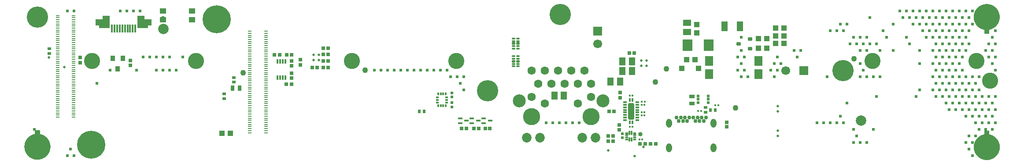
<source format=gbs>
G04*
G04 #@! TF.GenerationSoftware,Altium Limited,Altium Designer,23.1.1 (15)*
G04*
G04 Layer_Color=1461195*
%FSLAX44Y44*%
%MOMM*%
G71*
G04*
G04 #@! TF.SameCoordinates,03DFEA06-7725-4F31-8274-88B02C87C088*
G04*
G04*
G04 #@! TF.FilePolarity,Negative*
G04*
G01*
G75*
%ADD83R,1.3016X1.1016*%
%ADD85R,1.0016X1.1016*%
%ADD87R,0.6216X0.6216*%
%ADD88R,0.8016X1.0016*%
%ADD89R,0.6516X0.5516*%
%ADD90R,0.7516X0.6516*%
%ADD92C,1.1016*%
%ADD94R,0.4616X0.4216*%
%ADD95R,0.5516X0.6516*%
%ADD96R,0.7216X0.7216*%
%ADD97C,0.8516*%
G04:AMPARAMS|DCode=101|XSize=0.34mm|YSize=0.705mm|CornerRadius=0.12mm|HoleSize=0mm|Usage=FLASHONLY|Rotation=90.000|XOffset=0mm|YOffset=0mm|HoleType=Round|Shape=RoundedRectangle|*
%AMROUNDEDRECTD101*
21,1,0.3400,0.4650,0,0,90.0*
21,1,0.1000,0.7050,0,0,90.0*
1,1,0.2400,0.2325,0.0500*
1,1,0.2400,0.2325,-0.0500*
1,1,0.2400,-0.2325,-0.0500*
1,1,0.2400,-0.2325,0.0500*
%
%ADD101ROUNDEDRECTD101*%
G04:AMPARAMS|DCode=102|XSize=0.54mm|YSize=0.705mm|CornerRadius=0.12mm|HoleSize=0mm|Usage=FLASHONLY|Rotation=90.000|XOffset=0mm|YOffset=0mm|HoleType=Round|Shape=RoundedRectangle|*
%AMROUNDEDRECTD102*
21,1,0.5400,0.4650,0,0,90.0*
21,1,0.3000,0.7050,0,0,90.0*
1,1,0.2400,0.2325,0.1500*
1,1,0.2400,0.2325,-0.1500*
1,1,0.2400,-0.2325,-0.1500*
1,1,0.2400,-0.2325,0.1500*
%
%ADD102ROUNDEDRECTD102*%
%ADD104R,1.1016X1.0016*%
%ADD105R,1.5516X1.2516*%
%ADD115R,1.1516X1.5016*%
%ADD119R,0.7216X0.7216*%
%ADD120R,1.2516X1.9016*%
%ADD121R,1.0016X0.8016*%
%ADD126C,2.0000*%
%ADD127R,0.6516X0.7516*%
%ADD147C,4.1016*%
%ADD148C,3.1016*%
%ADD149C,0.1016*%
%ADD150C,1.6016*%
%ADD151C,1.8516*%
%ADD152C,3.3016*%
%ADD153C,2.5016*%
%ADD154R,1.7000X1.7000*%
%ADD155C,1.7000*%
%ADD156R,1.7000X1.7000*%
%ADD158O,1.1016X1.7016*%
%ADD159C,0.7516*%
%ADD160C,0.5080*%
%ADD161C,0.6096*%
%ADD162C,0.6080*%
%ADD232R,0.9016X1.0016*%
%ADD233R,0.8116X0.4016*%
%ADD234R,0.6016X0.5016*%
%ADD235R,0.8016X0.2816*%
G04:AMPARAMS|DCode=236|XSize=0.3mm|YSize=0.8mm|CornerRadius=0.1mm|HoleSize=0mm|Usage=FLASHONLY|Rotation=180.000|XOffset=0mm|YOffset=0mm|HoleType=Round|Shape=RoundedRectangle|*
%AMROUNDEDRECTD236*
21,1,0.3000,0.6000,0,0,180.0*
21,1,0.1000,0.8000,0,0,180.0*
1,1,0.2000,-0.0500,0.3000*
1,1,0.2000,0.0500,0.3000*
1,1,0.2000,0.0500,-0.3000*
1,1,0.2000,-0.0500,-0.3000*
%
%ADD236ROUNDEDRECTD236*%
G04:AMPARAMS|DCode=237|XSize=0.3mm|YSize=0.6mm|CornerRadius=0.1mm|HoleSize=0mm|Usage=FLASHONLY|Rotation=90.000|XOffset=0mm|YOffset=0mm|HoleType=Round|Shape=RoundedRectangle|*
%AMROUNDEDRECTD237*
21,1,0.3000,0.4000,0,0,90.0*
21,1,0.1000,0.6000,0,0,90.0*
1,1,0.2000,0.2000,0.0500*
1,1,0.2000,0.2000,-0.0500*
1,1,0.2000,-0.2000,-0.0500*
1,1,0.2000,-0.2000,0.0500*
%
%ADD237ROUNDEDRECTD237*%
G04:AMPARAMS|DCode=238|XSize=0.39mm|YSize=0.74mm|CornerRadius=0.095mm|HoleSize=0mm|Usage=FLASHONLY|Rotation=270.000|XOffset=0mm|YOffset=0mm|HoleType=Round|Shape=RoundedRectangle|*
%AMROUNDEDRECTD238*
21,1,0.3900,0.5500,0,0,270.0*
21,1,0.2000,0.7400,0,0,270.0*
1,1,0.1900,-0.2750,-0.1000*
1,1,0.1900,-0.2750,0.1000*
1,1,0.1900,0.2750,0.1000*
1,1,0.1900,0.2750,-0.1000*
%
%ADD238ROUNDEDRECTD238*%
G04:AMPARAMS|DCode=239|XSize=0.39mm|YSize=0.74mm|CornerRadius=0.095mm|HoleSize=0mm|Usage=FLASHONLY|Rotation=0.000|XOffset=0mm|YOffset=0mm|HoleType=Round|Shape=RoundedRectangle|*
%AMROUNDEDRECTD239*
21,1,0.3900,0.5500,0,0,0.0*
21,1,0.2000,0.7400,0,0,0.0*
1,1,0.1900,0.1000,-0.2750*
1,1,0.1900,-0.1000,-0.2750*
1,1,0.1900,-0.1000,0.2750*
1,1,0.1900,0.1000,0.2750*
%
%ADD239ROUNDEDRECTD239*%
G04:AMPARAMS|DCode=240|XSize=1.14mm|YSize=3.14mm|CornerRadius=0.12mm|HoleSize=0mm|Usage=FLASHONLY|Rotation=0.000|XOffset=0mm|YOffset=0mm|HoleType=Round|Shape=RoundedRectangle|*
%AMROUNDEDRECTD240*
21,1,1.1400,2.9000,0,0,0.0*
21,1,0.9000,3.1400,0,0,0.0*
1,1,0.2400,0.4500,-1.4500*
1,1,0.2400,-0.4500,-1.4500*
1,1,0.2400,-0.4500,1.4500*
1,1,0.2400,0.4500,1.4500*
%
%ADD240ROUNDEDRECTD240*%
%ADD241R,0.6516X0.6516*%
%ADD242R,0.7016X0.6516*%
%ADD243R,1.2516X1.5516*%
%ADD244R,1.0016X1.0516*%
%ADD245R,1.6216X1.8816*%
%ADD246R,1.8796X2.2606*%
G04:AMPARAMS|DCode=247|XSize=0.6516mm|YSize=0.9016mm|CornerRadius=0.1003mm|HoleSize=0mm|Usage=FLASHONLY|Rotation=90.000|XOffset=0mm|YOffset=0mm|HoleType=Round|Shape=RoundedRectangle|*
%AMROUNDEDRECTD247*
21,1,0.6516,0.7010,0,0,90.0*
21,1,0.4510,0.9016,0,0,90.0*
1,1,0.2006,0.3505,0.2255*
1,1,0.2006,0.3505,-0.2255*
1,1,0.2006,-0.3505,-0.2255*
1,1,0.2006,-0.3505,0.2255*
%
%ADD247ROUNDEDRECTD247*%
%ADD248R,0.4000X0.9000*%
%ADD249R,0.5766X0.3516*%
%ADD250R,0.3516X0.5766*%
%ADD251R,0.4066X1.5066*%
%ADD252R,1.1016X1.1016*%
%ADD253R,1.3516X2.4016*%
%ADD254R,2.7516X1.2016*%
%ADD255R,2.0516X1.7016*%
%ADD256C,5.4000*%
G36*
X-145845Y141793D02*
Y141024D01*
X-145735D01*
Y139816D01*
X-145625D01*
Y139487D01*
X-145515D01*
Y138608D01*
X-145405D01*
Y138279D01*
X-145295D01*
Y137840D01*
X-145186D01*
Y137291D01*
X-145076D01*
Y137071D01*
X-144966D01*
Y136522D01*
X-144856D01*
Y136302D01*
X-144747D01*
Y135863D01*
X-144637D01*
Y135644D01*
X-144527D01*
Y135314D01*
X-144417D01*
Y134985D01*
X-144307D01*
Y134765D01*
X-144198D01*
Y134436D01*
X-144088D01*
Y134216D01*
X-143978D01*
Y133996D01*
X-143868D01*
Y133667D01*
X-143758D01*
Y133447D01*
X-143648D01*
Y133118D01*
X-143539D01*
Y133008D01*
X-143429D01*
Y132788D01*
X-143319D01*
Y132569D01*
X-143209D01*
Y132349D01*
X-143099D01*
Y132020D01*
X-142990D01*
Y131910D01*
X-142880D01*
Y131690D01*
X-142770D01*
Y131471D01*
X-142660D01*
Y131361D01*
X-142550D01*
Y131141D01*
X-142441D01*
Y130922D01*
X-142331D01*
Y130702D01*
X-142221D01*
Y130592D01*
X-142111D01*
Y130373D01*
X-142001D01*
Y130263D01*
X-141891D01*
Y130153D01*
X-141782D01*
Y129934D01*
X-141672D01*
Y129714D01*
X-141562D01*
Y129604D01*
X-141452D01*
Y129494D01*
X-141342D01*
Y129275D01*
X-141233D01*
Y129165D01*
X-141123D01*
Y129055D01*
X-141013D01*
Y128835D01*
X-140903D01*
Y128726D01*
X-140793D01*
Y128506D01*
X-140684D01*
Y128396D01*
X-140574D01*
Y128286D01*
X-140464D01*
Y128177D01*
X-140354D01*
Y128067D01*
X-140244D01*
Y127847D01*
X-140134D01*
Y127737D01*
X-140025D01*
Y127627D01*
X-139915D01*
Y127518D01*
X-139805D01*
Y127408D01*
X-139695D01*
Y127188D01*
X-139586D01*
Y127079D01*
X-139476D01*
Y126969D01*
X-139366D01*
Y126859D01*
X-139256D01*
Y126749D01*
X-139146D01*
Y126639D01*
X-139036D01*
Y126529D01*
X-138927D01*
Y126420D01*
X-138817D01*
Y126310D01*
X-138707D01*
Y126200D01*
X-138597D01*
Y126090D01*
X-138487D01*
Y125980D01*
X-138378D01*
Y125871D01*
X-138268D01*
Y125761D01*
X-138158D01*
Y125651D01*
X-138048D01*
Y125541D01*
X-137938D01*
Y125431D01*
X-137829D01*
Y125322D01*
X-137719D01*
Y125212D01*
X-137609D01*
Y125102D01*
X-137499D01*
Y124992D01*
X-137280D01*
Y124882D01*
X-137170D01*
Y124773D01*
X-137060D01*
Y124663D01*
X-136950D01*
Y124553D01*
X-136840D01*
Y124443D01*
X-136621D01*
Y124333D01*
X-136511D01*
Y124223D01*
X-136401D01*
Y124114D01*
X-136291D01*
Y124004D01*
X-136072D01*
Y123894D01*
X-135962D01*
Y123784D01*
X-135852D01*
Y123674D01*
X-135632D01*
Y123565D01*
X-135523D01*
Y123455D01*
X-135303D01*
Y123345D01*
X-135193D01*
Y123235D01*
X-135083D01*
Y123125D01*
X-134864D01*
Y123016D01*
X-134754D01*
Y122906D01*
X-134534D01*
Y122796D01*
X-134315D01*
Y122686D01*
X-134205D01*
Y122576D01*
X-133985D01*
Y122466D01*
X-133875D01*
Y122357D01*
X-133546D01*
Y122247D01*
X-133436D01*
Y122137D01*
X-133217D01*
Y122027D01*
X-132997D01*
Y121917D01*
X-132887D01*
Y121808D01*
X-132668D01*
Y121698D01*
X-132448D01*
Y121588D01*
X-132228D01*
Y121478D01*
X-132009D01*
Y121368D01*
X-131789D01*
Y121259D01*
X-131460D01*
Y121149D01*
X-131350D01*
Y121039D01*
X-131020D01*
Y120929D01*
X-130801D01*
Y120819D01*
X-130581D01*
Y120710D01*
X-130252D01*
Y120600D01*
X-130032D01*
Y120490D01*
X-129703D01*
Y120380D01*
X-129483D01*
Y120270D01*
X-129044D01*
Y120161D01*
X-128714D01*
Y120051D01*
X-128495D01*
Y119941D01*
X-128056D01*
Y119831D01*
X-127726D01*
Y119721D01*
X-127177D01*
Y119612D01*
X-126848D01*
Y119502D01*
X-126408D01*
Y119392D01*
X-125859D01*
Y119282D01*
X-125420D01*
Y119172D01*
X-124432D01*
Y119062D01*
X-123883D01*
Y118953D01*
X-122346D01*
Y118843D01*
X-119490D01*
Y118953D01*
X-117953D01*
Y119062D01*
X-117404D01*
Y119172D01*
X-116416D01*
Y119282D01*
X-115977D01*
Y119392D01*
X-115428D01*
Y119502D01*
X-114879D01*
Y119612D01*
X-114549D01*
Y119721D01*
X-114000D01*
Y119831D01*
X-113780D01*
Y119941D01*
X-113231D01*
Y120051D01*
X-113012D01*
Y120161D01*
X-112792D01*
Y120270D01*
X-112353D01*
Y120380D01*
X-112133D01*
Y120490D01*
X-111694D01*
Y120600D01*
X-111584D01*
Y120710D01*
X-111255D01*
Y120819D01*
X-110925D01*
Y120929D01*
X-110816D01*
Y121039D01*
X-110486D01*
Y121149D01*
X-110267D01*
Y121259D01*
X-109937D01*
Y121368D01*
X-109827D01*
Y121478D01*
X-109608D01*
Y121588D01*
X-109278D01*
Y121698D01*
X-109169D01*
Y121808D01*
X-108839D01*
Y121917D01*
X-108729D01*
Y122027D01*
X-108510D01*
Y122137D01*
X-108290D01*
Y122247D01*
X-108180D01*
Y122357D01*
X-107961D01*
Y122466D01*
X-107851D01*
Y122576D01*
X-107631D01*
Y122686D01*
X-107411D01*
Y122796D01*
X-107302D01*
Y122906D01*
X-107082D01*
Y123016D01*
X-106972D01*
Y123125D01*
X-106753D01*
Y123235D01*
X-106643D01*
Y123345D01*
X-106423D01*
Y123455D01*
X-106313D01*
Y123565D01*
X-106204D01*
Y123674D01*
X-105984D01*
Y123784D01*
X-105874D01*
Y123894D01*
X-105655D01*
Y124004D01*
X-105545D01*
Y124114D01*
X-105435D01*
Y124223D01*
X-105215D01*
Y124443D01*
X-104996D01*
Y124553D01*
X-104886D01*
Y124663D01*
X-104776D01*
Y124773D01*
X-104557D01*
Y124882D01*
X-104447D01*
Y124992D01*
X-104337D01*
Y125102D01*
X-104227D01*
Y125212D01*
X-104117D01*
Y125322D01*
X-104008D01*
Y125431D01*
X-103898D01*
Y125541D01*
X-103678D01*
Y125761D01*
X-103458D01*
Y125871D01*
X-103349D01*
Y125980D01*
X-103239D01*
Y126090D01*
X-103129D01*
Y126200D01*
X-103019D01*
Y126310D01*
X-102909D01*
Y126529D01*
X-102690D01*
Y126749D01*
X-102580D01*
Y126859D01*
X-102470D01*
Y126969D01*
X-102360D01*
Y127079D01*
X-102250D01*
Y127188D01*
X-102141D01*
Y127298D01*
X-102031D01*
Y127408D01*
X-101921D01*
Y127518D01*
X-101811D01*
Y127737D01*
X-101701D01*
Y127847D01*
X-101592D01*
Y127957D01*
X-101482D01*
Y128067D01*
X-101372D01*
Y128177D01*
X-101262D01*
Y128396D01*
X-101152D01*
Y128506D01*
X-101043D01*
Y128616D01*
X-100933D01*
Y128726D01*
X-100823D01*
Y128945D01*
X-100713D01*
Y129055D01*
X-100603D01*
Y129165D01*
X-100494D01*
Y129384D01*
X-100384D01*
Y129494D01*
X-100274D01*
Y129714D01*
X-100164D01*
Y129824D01*
X-100054D01*
Y130043D01*
X-99945D01*
Y130153D01*
X-99835D01*
Y130263D01*
X-99725D01*
Y130592D01*
X-99615D01*
Y130702D01*
X-99505D01*
Y130922D01*
X-99396D01*
Y131032D01*
X-99286D01*
Y131251D01*
X-99176D01*
Y131471D01*
X-99066D01*
Y131581D01*
X-98956D01*
Y131800D01*
X-98847D01*
Y132020D01*
X-98737D01*
Y132240D01*
X-98627D01*
Y132459D01*
X-98517D01*
Y132569D01*
X-98407D01*
Y132898D01*
X-98297D01*
Y133008D01*
X-98188D01*
Y133338D01*
X-98078D01*
Y133557D01*
X-97968D01*
Y133777D01*
X-97858D01*
Y134106D01*
X-97748D01*
Y134326D01*
X-97639D01*
Y134655D01*
X-97529D01*
Y134875D01*
X-97419D01*
Y135204D01*
X-97309D01*
Y135534D01*
X-97199D01*
Y135753D01*
X-97090D01*
Y136193D01*
X-96980D01*
Y136412D01*
X-96870D01*
Y136851D01*
X-96760D01*
Y137291D01*
X-96650D01*
Y137510D01*
X-96540D01*
Y138169D01*
X-96431D01*
Y138499D01*
X-96321D01*
Y139267D01*
X-96211D01*
Y139706D01*
X-96101D01*
Y140365D01*
X-95991D01*
Y141463D01*
X-95882D01*
Y142452D01*
X-95772D01*
Y145416D01*
X-95882D01*
Y146405D01*
X-95991D01*
Y147503D01*
X-96101D01*
Y148162D01*
X-96211D01*
Y148601D01*
X-96321D01*
Y149370D01*
X-96431D01*
Y149699D01*
X-96540D01*
Y150248D01*
X-96650D01*
Y150577D01*
X-96760D01*
Y150907D01*
X-96870D01*
Y151346D01*
X-96980D01*
Y151676D01*
X-97090D01*
Y152115D01*
X-97199D01*
Y152334D01*
X-97309D01*
Y152664D01*
X-97419D01*
Y152993D01*
X-97529D01*
Y153103D01*
X-97639D01*
Y153542D01*
X-97748D01*
Y153762D01*
X-97858D01*
Y154091D01*
X-97968D01*
Y154201D01*
X-98078D01*
Y154421D01*
X-98188D01*
Y154750D01*
X-98297D01*
Y154860D01*
X-98407D01*
Y155190D01*
X-98517D01*
Y155409D01*
X-98627D01*
Y155629D01*
X-98737D01*
Y155848D01*
X-98847D01*
Y155958D01*
X-98956D01*
Y156288D01*
X-99066D01*
Y156397D01*
X-99176D01*
Y156617D01*
X-99286D01*
Y156727D01*
X-99396D01*
Y156946D01*
X-99505D01*
Y157166D01*
X-99615D01*
Y157276D01*
X-99725D01*
Y157495D01*
X-99835D01*
Y157605D01*
X-99945D01*
Y157825D01*
X-100054D01*
Y157935D01*
X-100164D01*
Y158154D01*
X-100274D01*
Y158374D01*
X-100494D01*
Y158594D01*
X-100603D01*
Y158703D01*
X-100713D01*
Y158923D01*
X-100823D01*
Y159033D01*
X-100933D01*
Y159143D01*
X-101043D01*
Y159362D01*
X-101152D01*
Y159472D01*
X-101262D01*
Y159582D01*
X-101372D01*
Y159692D01*
X-101482D01*
Y159911D01*
X-101592D01*
Y160021D01*
X-101701D01*
Y160131D01*
X-101811D01*
Y160241D01*
X-101921D01*
Y160350D01*
X-102031D01*
Y160570D01*
X-102141D01*
Y160680D01*
X-102250D01*
Y160790D01*
X-102360D01*
Y160900D01*
X-102470D01*
Y161009D01*
X-102580D01*
Y161119D01*
X-102690D01*
Y161229D01*
X-102800D01*
Y161339D01*
X-102909D01*
Y161449D01*
X-103019D01*
Y161558D01*
X-103129D01*
Y161668D01*
X-103239D01*
Y161778D01*
X-103349D01*
Y161888D01*
X-103458D01*
Y161998D01*
X-103568D01*
Y162107D01*
X-103678D01*
Y162217D01*
X-103788D01*
Y162327D01*
X-103898D01*
Y162437D01*
X-104008D01*
Y162547D01*
X-104117D01*
Y162656D01*
X-104227D01*
Y162766D01*
X-104447D01*
Y162876D01*
X-104557D01*
Y162986D01*
X-104666D01*
Y163096D01*
X-104776D01*
Y163206D01*
X-104886D01*
Y163315D01*
X-105106D01*
Y163425D01*
X-105215D01*
Y163535D01*
X-105325D01*
Y163645D01*
X-105435D01*
Y163755D01*
X-105545D01*
Y163864D01*
X-105764D01*
Y163974D01*
X-105874D01*
Y164084D01*
X-106094D01*
Y164194D01*
X-106204D01*
Y164304D01*
X-106313D01*
Y164413D01*
X-106533D01*
Y164523D01*
X-106643D01*
Y164633D01*
X-106862D01*
Y164743D01*
X-106972D01*
Y164853D01*
X-107192D01*
Y164963D01*
X-107411D01*
Y165072D01*
X-107521D01*
Y165182D01*
X-107741D01*
Y165292D01*
X-107851D01*
Y165402D01*
X-108070D01*
Y165511D01*
X-108290D01*
Y165621D01*
X-108400D01*
Y165731D01*
X-108619D01*
Y165841D01*
X-108839D01*
Y165951D01*
X-109059D01*
Y166061D01*
X-109278D01*
Y166170D01*
X-109388D01*
Y166280D01*
X-109718D01*
Y166390D01*
X-109827D01*
Y166500D01*
X-110157D01*
Y166610D01*
X-110376D01*
Y166719D01*
X-110596D01*
Y166829D01*
X-110816D01*
Y166939D01*
X-111035D01*
Y167049D01*
X-111365D01*
Y167159D01*
X-111584D01*
Y167268D01*
X-111914D01*
Y167378D01*
X-112243D01*
Y167488D01*
X-112463D01*
Y167598D01*
X-112902D01*
Y167708D01*
X-113122D01*
Y167817D01*
X-113561D01*
Y167927D01*
X-113890D01*
Y168037D01*
X-114220D01*
Y168147D01*
X-114769D01*
Y168257D01*
X-114988D01*
Y168367D01*
X-115757D01*
Y168476D01*
X-115977D01*
Y168586D01*
X-116086D01*
Y175943D01*
X-116196D01*
Y176053D01*
X-125640D01*
Y175943D01*
X-125750D01*
Y175614D01*
X-125640D01*
Y175504D01*
X-125750D01*
Y169025D01*
X-125640D01*
Y168806D01*
X-125750D01*
Y168476D01*
X-126079D01*
Y168367D01*
X-126738D01*
Y168257D01*
X-127067D01*
Y168147D01*
X-127616D01*
Y168037D01*
X-127946D01*
Y167927D01*
X-128275D01*
Y167817D01*
X-128714D01*
Y167708D01*
X-128934D01*
Y167598D01*
X-129373D01*
Y167488D01*
X-129593D01*
Y167378D01*
X-129922D01*
Y167268D01*
X-130142D01*
Y167159D01*
X-130362D01*
Y167049D01*
X-130801D01*
Y166939D01*
X-130911D01*
Y166829D01*
X-131240D01*
Y166719D01*
X-131460D01*
Y166610D01*
X-131679D01*
Y166500D01*
X-131899D01*
Y166390D01*
X-132119D01*
Y166280D01*
X-132338D01*
Y166170D01*
X-132558D01*
Y166061D01*
X-132777D01*
Y165951D01*
X-132997D01*
Y165841D01*
X-133107D01*
Y165731D01*
X-133436D01*
Y165621D01*
X-133546D01*
Y165511D01*
X-133766D01*
Y165402D01*
X-133875D01*
Y165292D01*
X-134095D01*
Y165182D01*
X-134315D01*
Y165072D01*
X-134424D01*
Y164963D01*
X-134644D01*
Y164853D01*
X-134754D01*
Y164743D01*
X-134973D01*
Y164633D01*
X-135083D01*
Y164523D01*
X-135303D01*
Y164413D01*
X-135413D01*
Y164304D01*
X-135523D01*
Y164194D01*
X-135742D01*
Y164084D01*
X-135852D01*
Y163974D01*
X-135962D01*
Y163864D01*
X-136181D01*
Y163755D01*
X-136291D01*
Y163645D01*
X-136511D01*
Y163535D01*
X-136621D01*
Y163425D01*
X-136730D01*
Y163315D01*
X-136840D01*
Y163206D01*
X-136950D01*
Y163096D01*
X-137170D01*
Y162986D01*
X-137280D01*
Y162876D01*
X-137389D01*
Y162766D01*
X-137499D01*
Y162656D01*
X-137609D01*
Y162547D01*
X-137829D01*
Y162327D01*
X-138048D01*
Y162217D01*
X-138158D01*
Y162107D01*
X-138268D01*
Y161998D01*
X-138378D01*
Y161888D01*
X-138487D01*
Y161778D01*
X-138597D01*
Y161668D01*
X-138707D01*
Y161558D01*
X-138817D01*
Y161449D01*
X-138927D01*
Y161339D01*
X-139036D01*
Y161229D01*
X-139146D01*
Y161119D01*
X-139256D01*
Y161009D01*
X-139366D01*
Y160900D01*
X-139476D01*
Y160680D01*
X-139586D01*
Y160570D01*
X-139695D01*
Y160460D01*
X-139805D01*
Y160350D01*
X-139915D01*
Y160241D01*
X-140025D01*
Y160131D01*
X-140134D01*
Y159911D01*
X-140244D01*
Y159801D01*
X-140354D01*
Y159692D01*
X-140464D01*
Y159582D01*
X-140574D01*
Y159472D01*
X-140684D01*
Y159252D01*
X-140793D01*
Y159143D01*
X-140903D01*
Y159033D01*
X-141013D01*
Y158813D01*
X-141123D01*
Y158703D01*
X-141233D01*
Y158484D01*
X-141342D01*
Y158374D01*
X-141452D01*
Y158264D01*
X-141562D01*
Y158045D01*
X-141672D01*
Y157935D01*
X-141782D01*
Y157715D01*
X-141891D01*
Y157605D01*
X-142001D01*
Y157386D01*
X-142111D01*
Y157166D01*
X-142221D01*
Y157056D01*
X-142331D01*
Y156837D01*
X-142441D01*
Y156727D01*
X-142550D01*
Y156507D01*
X-142660D01*
Y156288D01*
X-142770D01*
Y156178D01*
X-142880D01*
Y155848D01*
X-142990D01*
Y155738D01*
X-143099D01*
Y155519D01*
X-143209D01*
Y155299D01*
X-143319D01*
Y155080D01*
X-143429D01*
Y154860D01*
X-143539D01*
Y154640D01*
X-143648D01*
Y154311D01*
X-143758D01*
Y154201D01*
X-143868D01*
Y153872D01*
X-143978D01*
Y153652D01*
X-144088D01*
Y153433D01*
X-144198D01*
Y152993D01*
X-144307D01*
Y152884D01*
X-144417D01*
Y152444D01*
X-144527D01*
Y152225D01*
X-144637D01*
Y151895D01*
X-144747D01*
Y151566D01*
X-144856D01*
Y151346D01*
X-144966D01*
Y150797D01*
X-145076D01*
Y150468D01*
X-145186D01*
Y149919D01*
X-145295D01*
Y149589D01*
X-145405D01*
Y149150D01*
X-145515D01*
Y148381D01*
X-145625D01*
Y147942D01*
X-145735D01*
Y146844D01*
X-145845D01*
Y146075D01*
X-145954D01*
Y141793D01*
X-145845D01*
D02*
G37*
G36*
X1679155Y141054D02*
Y140286D01*
X1679265D01*
Y139078D01*
X1679375D01*
Y138748D01*
X1679485D01*
Y137870D01*
X1679595D01*
Y137540D01*
X1679704D01*
Y137101D01*
X1679814D01*
Y136552D01*
X1679924D01*
Y136332D01*
X1680034D01*
Y135783D01*
X1680144D01*
Y135564D01*
X1680253D01*
Y135125D01*
X1680363D01*
Y134905D01*
X1680473D01*
Y134575D01*
X1680583D01*
Y134246D01*
X1680693D01*
Y134026D01*
X1680802D01*
Y133697D01*
X1680912D01*
Y133477D01*
X1681022D01*
Y133258D01*
X1681132D01*
Y132928D01*
X1681242D01*
Y132709D01*
X1681352D01*
Y132379D01*
X1681461D01*
Y132269D01*
X1681571D01*
Y132050D01*
X1681681D01*
Y131830D01*
X1681791D01*
Y131611D01*
X1681901D01*
Y131281D01*
X1682010D01*
Y131171D01*
X1682120D01*
Y130952D01*
X1682230D01*
Y130732D01*
X1682340D01*
Y130622D01*
X1682450D01*
Y130403D01*
X1682560D01*
Y130183D01*
X1682669D01*
Y129964D01*
X1682779D01*
Y129854D01*
X1682889D01*
Y129634D01*
X1682999D01*
Y129524D01*
X1683109D01*
Y129414D01*
X1683218D01*
Y129195D01*
X1683328D01*
Y128975D01*
X1683438D01*
Y128865D01*
X1683548D01*
Y128756D01*
X1683658D01*
Y128536D01*
X1683767D01*
Y128426D01*
X1683877D01*
Y128316D01*
X1683987D01*
Y128097D01*
X1684097D01*
Y127987D01*
X1684207D01*
Y127767D01*
X1684316D01*
Y127657D01*
X1684426D01*
Y127548D01*
X1684536D01*
Y127438D01*
X1684646D01*
Y127328D01*
X1684756D01*
Y127108D01*
X1684866D01*
Y126999D01*
X1684975D01*
Y126889D01*
X1685085D01*
Y126779D01*
X1685195D01*
Y126669D01*
X1685305D01*
Y126450D01*
X1685414D01*
Y126340D01*
X1685524D01*
Y126230D01*
X1685634D01*
Y126120D01*
X1685744D01*
Y126010D01*
X1685854D01*
Y125901D01*
X1685964D01*
Y125791D01*
X1686073D01*
Y125681D01*
X1686183D01*
Y125571D01*
X1686293D01*
Y125461D01*
X1686403D01*
Y125351D01*
X1686513D01*
Y125242D01*
X1686622D01*
Y125132D01*
X1686732D01*
Y125022D01*
X1686842D01*
Y124912D01*
X1686952D01*
Y124803D01*
X1687062D01*
Y124693D01*
X1687171D01*
Y124583D01*
X1687281D01*
Y124473D01*
X1687391D01*
Y124363D01*
X1687501D01*
Y124253D01*
X1687720D01*
Y124144D01*
X1687830D01*
Y124034D01*
X1687940D01*
Y123924D01*
X1688050D01*
Y123814D01*
X1688160D01*
Y123704D01*
X1688379D01*
Y123595D01*
X1688489D01*
Y123485D01*
X1688599D01*
Y123375D01*
X1688709D01*
Y123265D01*
X1688928D01*
Y123155D01*
X1689038D01*
Y123046D01*
X1689148D01*
Y122936D01*
X1689368D01*
Y122826D01*
X1689477D01*
Y122716D01*
X1689697D01*
Y122606D01*
X1689807D01*
Y122497D01*
X1689917D01*
Y122387D01*
X1690136D01*
Y122277D01*
X1690246D01*
Y122167D01*
X1690466D01*
Y122057D01*
X1690685D01*
Y121947D01*
X1690795D01*
Y121838D01*
X1691015D01*
Y121728D01*
X1691125D01*
Y121618D01*
X1691454D01*
Y121508D01*
X1691564D01*
Y121398D01*
X1691783D01*
Y121289D01*
X1692003D01*
Y121179D01*
X1692113D01*
Y121069D01*
X1692332D01*
Y120959D01*
X1692552D01*
Y120849D01*
X1692772D01*
Y120739D01*
X1692991D01*
Y120630D01*
X1693211D01*
Y120520D01*
X1693540D01*
Y120410D01*
X1693650D01*
Y120300D01*
X1693980D01*
Y120190D01*
X1694199D01*
Y120081D01*
X1694419D01*
Y119971D01*
X1694748D01*
Y119861D01*
X1694968D01*
Y119751D01*
X1695297D01*
Y119641D01*
X1695517D01*
Y119532D01*
X1695956D01*
Y119422D01*
X1696286D01*
Y119312D01*
X1696505D01*
Y119202D01*
X1696944D01*
Y119092D01*
X1697274D01*
Y118983D01*
X1697823D01*
Y118873D01*
X1698152D01*
Y118763D01*
X1698591D01*
Y118653D01*
X1699141D01*
Y118543D01*
X1699580D01*
Y118434D01*
X1700568D01*
Y118324D01*
X1701117D01*
Y118214D01*
X1702655D01*
Y118104D01*
X1705509D01*
Y118214D01*
X1707047D01*
Y118324D01*
X1707596D01*
Y118434D01*
X1708584D01*
Y118543D01*
X1709023D01*
Y118653D01*
X1709572D01*
Y118763D01*
X1710121D01*
Y118873D01*
X1710451D01*
Y118983D01*
X1711000D01*
Y119092D01*
X1711219D01*
Y119202D01*
X1711769D01*
Y119312D01*
X1711988D01*
Y119422D01*
X1712208D01*
Y119532D01*
X1712647D01*
Y119641D01*
X1712867D01*
Y119751D01*
X1713306D01*
Y119861D01*
X1713416D01*
Y119971D01*
X1713745D01*
Y120081D01*
X1714075D01*
Y120190D01*
X1714184D01*
Y120300D01*
X1714514D01*
Y120410D01*
X1714733D01*
Y120520D01*
X1715063D01*
Y120630D01*
X1715173D01*
Y120739D01*
X1715392D01*
Y120849D01*
X1715722D01*
Y120959D01*
X1715831D01*
Y121069D01*
X1716161D01*
Y121179D01*
X1716271D01*
Y121289D01*
X1716490D01*
Y121398D01*
X1716710D01*
Y121508D01*
X1716820D01*
Y121618D01*
X1717039D01*
Y121728D01*
X1717149D01*
Y121838D01*
X1717369D01*
Y121947D01*
X1717588D01*
Y122057D01*
X1717698D01*
Y122167D01*
X1717918D01*
Y122277D01*
X1718028D01*
Y122387D01*
X1718247D01*
Y122497D01*
X1718357D01*
Y122606D01*
X1718577D01*
Y122716D01*
X1718687D01*
Y122826D01*
X1718796D01*
Y122936D01*
X1719016D01*
Y123046D01*
X1719126D01*
Y123155D01*
X1719345D01*
Y123265D01*
X1719455D01*
Y123375D01*
X1719565D01*
Y123485D01*
X1719785D01*
Y123704D01*
X1720004D01*
Y123814D01*
X1720114D01*
Y123924D01*
X1720224D01*
Y124034D01*
X1720444D01*
Y124144D01*
X1720553D01*
Y124253D01*
X1720663D01*
Y124363D01*
X1720773D01*
Y124473D01*
X1720883D01*
Y124583D01*
X1720992D01*
Y124693D01*
X1721102D01*
Y124803D01*
X1721322D01*
Y125022D01*
X1721541D01*
Y125132D01*
X1721651D01*
Y125242D01*
X1721761D01*
Y125351D01*
X1721871D01*
Y125461D01*
X1721981D01*
Y125571D01*
X1722091D01*
Y125791D01*
X1722310D01*
Y126010D01*
X1722420D01*
Y126120D01*
X1722530D01*
Y126230D01*
X1722640D01*
Y126340D01*
X1722749D01*
Y126450D01*
X1722859D01*
Y126559D01*
X1722969D01*
Y126669D01*
X1723079D01*
Y126779D01*
X1723189D01*
Y126999D01*
X1723298D01*
Y127108D01*
X1723408D01*
Y127218D01*
X1723518D01*
Y127328D01*
X1723628D01*
Y127438D01*
X1723738D01*
Y127657D01*
X1723848D01*
Y127767D01*
X1723957D01*
Y127877D01*
X1724067D01*
Y127987D01*
X1724177D01*
Y128207D01*
X1724287D01*
Y128316D01*
X1724397D01*
Y128426D01*
X1724506D01*
Y128646D01*
X1724616D01*
Y128756D01*
X1724726D01*
Y128975D01*
X1724836D01*
Y129085D01*
X1724946D01*
Y129305D01*
X1725055D01*
Y129414D01*
X1725165D01*
Y129524D01*
X1725275D01*
Y129854D01*
X1725385D01*
Y129964D01*
X1725495D01*
Y130183D01*
X1725605D01*
Y130293D01*
X1725714D01*
Y130513D01*
X1725824D01*
Y130732D01*
X1725934D01*
Y130842D01*
X1726044D01*
Y131061D01*
X1726154D01*
Y131281D01*
X1726263D01*
Y131501D01*
X1726373D01*
Y131720D01*
X1726483D01*
Y131830D01*
X1726593D01*
Y132160D01*
X1726703D01*
Y132269D01*
X1726812D01*
Y132599D01*
X1726922D01*
Y132818D01*
X1727032D01*
Y133038D01*
X1727142D01*
Y133368D01*
X1727252D01*
Y133587D01*
X1727361D01*
Y133917D01*
X1727471D01*
Y134136D01*
X1727581D01*
Y134466D01*
X1727691D01*
Y134795D01*
X1727801D01*
Y135015D01*
X1727910D01*
Y135454D01*
X1728020D01*
Y135674D01*
X1728130D01*
Y136113D01*
X1728240D01*
Y136552D01*
X1728350D01*
Y136772D01*
X1728459D01*
Y137430D01*
X1728569D01*
Y137760D01*
X1728679D01*
Y138529D01*
X1728789D01*
Y138968D01*
X1728899D01*
Y139627D01*
X1729008D01*
Y140725D01*
X1729118D01*
Y141713D01*
X1729228D01*
Y144678D01*
X1729118D01*
Y145666D01*
X1729008D01*
Y146764D01*
X1728899D01*
Y147423D01*
X1728789D01*
Y147862D01*
X1728679D01*
Y148631D01*
X1728569D01*
Y148960D01*
X1728459D01*
Y149509D01*
X1728350D01*
Y149839D01*
X1728240D01*
Y150168D01*
X1728130D01*
Y150608D01*
X1728020D01*
Y150937D01*
X1727910D01*
Y151376D01*
X1727801D01*
Y151596D01*
X1727691D01*
Y151925D01*
X1727581D01*
Y152255D01*
X1727471D01*
Y152364D01*
X1727361D01*
Y152804D01*
X1727252D01*
Y153023D01*
X1727142D01*
Y153353D01*
X1727032D01*
Y153462D01*
X1726922D01*
Y153682D01*
X1726812D01*
Y154012D01*
X1726703D01*
Y154121D01*
X1726593D01*
Y154451D01*
X1726483D01*
Y154670D01*
X1726373D01*
Y154890D01*
X1726263D01*
Y155110D01*
X1726154D01*
Y155219D01*
X1726044D01*
Y155549D01*
X1725934D01*
Y155659D01*
X1725824D01*
Y155878D01*
X1725714D01*
Y155988D01*
X1725605D01*
Y156208D01*
X1725495D01*
Y156427D01*
X1725385D01*
Y156537D01*
X1725275D01*
Y156757D01*
X1725165D01*
Y156867D01*
X1725055D01*
Y157086D01*
X1724946D01*
Y157196D01*
X1724836D01*
Y157416D01*
X1724726D01*
Y157635D01*
X1724506D01*
Y157855D01*
X1724397D01*
Y157965D01*
X1724287D01*
Y158184D01*
X1724177D01*
Y158294D01*
X1724067D01*
Y158404D01*
X1723957D01*
Y158624D01*
X1723848D01*
Y158733D01*
X1723738D01*
Y158843D01*
X1723628D01*
Y158953D01*
X1723518D01*
Y159173D01*
X1723408D01*
Y159282D01*
X1723298D01*
Y159392D01*
X1723189D01*
Y159502D01*
X1723079D01*
Y159612D01*
X1722969D01*
Y159831D01*
X1722859D01*
Y159941D01*
X1722749D01*
Y160051D01*
X1722640D01*
Y160161D01*
X1722530D01*
Y160271D01*
X1722420D01*
Y160380D01*
X1722310D01*
Y160490D01*
X1722200D01*
Y160600D01*
X1722091D01*
Y160710D01*
X1721981D01*
Y160820D01*
X1721871D01*
Y160930D01*
X1721761D01*
Y161039D01*
X1721651D01*
Y161149D01*
X1721541D01*
Y161259D01*
X1721432D01*
Y161369D01*
X1721322D01*
Y161479D01*
X1721212D01*
Y161588D01*
X1721102D01*
Y161698D01*
X1720992D01*
Y161808D01*
X1720883D01*
Y161918D01*
X1720773D01*
Y162028D01*
X1720553D01*
Y162137D01*
X1720444D01*
Y162247D01*
X1720334D01*
Y162357D01*
X1720224D01*
Y162467D01*
X1720114D01*
Y162577D01*
X1719894D01*
Y162686D01*
X1719785D01*
Y162796D01*
X1719675D01*
Y162906D01*
X1719565D01*
Y163016D01*
X1719455D01*
Y163126D01*
X1719236D01*
Y163235D01*
X1719126D01*
Y163345D01*
X1718906D01*
Y163455D01*
X1718796D01*
Y163565D01*
X1718687D01*
Y163675D01*
X1718467D01*
Y163785D01*
X1718357D01*
Y163894D01*
X1718138D01*
Y164004D01*
X1718028D01*
Y164114D01*
X1717808D01*
Y164224D01*
X1717588D01*
Y164334D01*
X1717479D01*
Y164443D01*
X1717259D01*
Y164553D01*
X1717149D01*
Y164663D01*
X1716930D01*
Y164773D01*
X1716710D01*
Y164883D01*
X1716600D01*
Y164992D01*
X1716380D01*
Y165102D01*
X1716161D01*
Y165212D01*
X1715941D01*
Y165322D01*
X1715722D01*
Y165432D01*
X1715612D01*
Y165541D01*
X1715282D01*
Y165651D01*
X1715173D01*
Y165761D01*
X1714843D01*
Y165871D01*
X1714624D01*
Y165981D01*
X1714404D01*
Y166091D01*
X1714184D01*
Y166200D01*
X1713965D01*
Y166310D01*
X1713635D01*
Y166420D01*
X1713416D01*
Y166530D01*
X1713086D01*
Y166639D01*
X1712757D01*
Y166749D01*
X1712537D01*
Y166859D01*
X1712098D01*
Y166969D01*
X1711878D01*
Y167079D01*
X1711439D01*
Y167189D01*
X1711110D01*
Y167298D01*
X1710780D01*
Y167408D01*
X1710231D01*
Y167518D01*
X1710012D01*
Y167628D01*
X1709243D01*
Y167738D01*
X1709023D01*
Y167847D01*
X1708914D01*
Y175205D01*
X1708804D01*
Y175314D01*
X1699360D01*
Y175205D01*
X1699250D01*
Y174875D01*
X1699360D01*
Y174765D01*
X1699250D01*
Y168287D01*
X1699360D01*
Y168067D01*
X1699250D01*
Y167738D01*
X1698921D01*
Y167628D01*
X1698262D01*
Y167518D01*
X1697933D01*
Y167408D01*
X1697384D01*
Y167298D01*
X1697054D01*
Y167189D01*
X1696725D01*
Y167079D01*
X1696286D01*
Y166969D01*
X1696066D01*
Y166859D01*
X1695627D01*
Y166749D01*
X1695407D01*
Y166639D01*
X1695078D01*
Y166530D01*
X1694858D01*
Y166420D01*
X1694638D01*
Y166310D01*
X1694199D01*
Y166200D01*
X1694089D01*
Y166091D01*
X1693760D01*
Y165981D01*
X1693540D01*
Y165871D01*
X1693321D01*
Y165761D01*
X1693101D01*
Y165651D01*
X1692881D01*
Y165541D01*
X1692662D01*
Y165432D01*
X1692442D01*
Y165322D01*
X1692223D01*
Y165212D01*
X1692003D01*
Y165102D01*
X1691893D01*
Y164992D01*
X1691564D01*
Y164883D01*
X1691454D01*
Y164773D01*
X1691234D01*
Y164663D01*
X1691125D01*
Y164553D01*
X1690905D01*
Y164443D01*
X1690685D01*
Y164334D01*
X1690576D01*
Y164224D01*
X1690356D01*
Y164114D01*
X1690246D01*
Y164004D01*
X1690027D01*
Y163894D01*
X1689917D01*
Y163785D01*
X1689697D01*
Y163675D01*
X1689587D01*
Y163565D01*
X1689477D01*
Y163455D01*
X1689258D01*
Y163345D01*
X1689148D01*
Y163235D01*
X1689038D01*
Y163126D01*
X1688819D01*
Y163016D01*
X1688709D01*
Y162906D01*
X1688489D01*
Y162796D01*
X1688379D01*
Y162686D01*
X1688270D01*
Y162577D01*
X1688160D01*
Y162467D01*
X1688050D01*
Y162357D01*
X1687830D01*
Y162247D01*
X1687720D01*
Y162137D01*
X1687611D01*
Y162028D01*
X1687501D01*
Y161918D01*
X1687391D01*
Y161808D01*
X1687171D01*
Y161588D01*
X1686952D01*
Y161479D01*
X1686842D01*
Y161369D01*
X1686732D01*
Y161259D01*
X1686622D01*
Y161149D01*
X1686513D01*
Y161039D01*
X1686403D01*
Y160930D01*
X1686293D01*
Y160820D01*
X1686183D01*
Y160710D01*
X1686073D01*
Y160600D01*
X1685964D01*
Y160490D01*
X1685854D01*
Y160380D01*
X1685744D01*
Y160271D01*
X1685634D01*
Y160161D01*
X1685524D01*
Y159941D01*
X1685414D01*
Y159831D01*
X1685305D01*
Y159722D01*
X1685195D01*
Y159612D01*
X1685085D01*
Y159502D01*
X1684975D01*
Y159392D01*
X1684866D01*
Y159173D01*
X1684756D01*
Y159063D01*
X1684646D01*
Y158953D01*
X1684536D01*
Y158843D01*
X1684426D01*
Y158733D01*
X1684316D01*
Y158514D01*
X1684207D01*
Y158404D01*
X1684097D01*
Y158294D01*
X1683987D01*
Y158075D01*
X1683877D01*
Y157965D01*
X1683767D01*
Y157745D01*
X1683658D01*
Y157635D01*
X1683548D01*
Y157525D01*
X1683438D01*
Y157306D01*
X1683328D01*
Y157196D01*
X1683218D01*
Y156976D01*
X1683109D01*
Y156867D01*
X1682999D01*
Y156647D01*
X1682889D01*
Y156427D01*
X1682779D01*
Y156318D01*
X1682669D01*
Y156098D01*
X1682560D01*
Y155988D01*
X1682450D01*
Y155768D01*
X1682340D01*
Y155549D01*
X1682230D01*
Y155439D01*
X1682120D01*
Y155110D01*
X1682010D01*
Y155000D01*
X1681901D01*
Y154780D01*
X1681791D01*
Y154561D01*
X1681681D01*
Y154341D01*
X1681571D01*
Y154121D01*
X1681461D01*
Y153902D01*
X1681352D01*
Y153572D01*
X1681242D01*
Y153462D01*
X1681132D01*
Y153133D01*
X1681022D01*
Y152914D01*
X1680912D01*
Y152694D01*
X1680802D01*
Y152255D01*
X1680693D01*
Y152145D01*
X1680583D01*
Y151706D01*
X1680473D01*
Y151486D01*
X1680363D01*
Y151157D01*
X1680253D01*
Y150827D01*
X1680144D01*
Y150608D01*
X1680034D01*
Y150058D01*
X1679924D01*
Y149729D01*
X1679814D01*
Y149180D01*
X1679704D01*
Y148851D01*
X1679595D01*
Y148411D01*
X1679485D01*
Y147643D01*
X1679375D01*
Y147203D01*
X1679265D01*
Y146105D01*
X1679155D01*
Y145337D01*
X1679046D01*
Y141054D01*
X1679155D01*
D02*
G37*
G36*
X1728918Y396424D02*
Y397193D01*
X1728808D01*
Y398401D01*
X1728698D01*
Y398730D01*
X1728589D01*
Y399609D01*
X1728479D01*
Y399938D01*
X1728369D01*
Y400378D01*
X1728259D01*
Y400927D01*
X1728149D01*
Y401146D01*
X1728040D01*
Y401695D01*
X1727930D01*
Y401915D01*
X1727820D01*
Y402354D01*
X1727710D01*
Y402574D01*
X1727600D01*
Y402903D01*
X1727491D01*
Y403232D01*
X1727381D01*
Y403452D01*
X1727271D01*
Y403782D01*
X1727161D01*
Y404001D01*
X1727051D01*
Y404221D01*
X1726942D01*
Y404550D01*
X1726832D01*
Y404770D01*
X1726722D01*
Y405099D01*
X1726612D01*
Y405209D01*
X1726502D01*
Y405429D01*
X1726393D01*
Y405648D01*
X1726283D01*
Y405868D01*
X1726173D01*
Y406197D01*
X1726063D01*
Y406307D01*
X1725953D01*
Y406527D01*
X1725844D01*
Y406746D01*
X1725734D01*
Y406856D01*
X1725624D01*
Y407076D01*
X1725514D01*
Y407295D01*
X1725404D01*
Y407515D01*
X1725294D01*
Y407625D01*
X1725185D01*
Y407845D01*
X1725075D01*
Y407954D01*
X1724965D01*
Y408064D01*
X1724855D01*
Y408284D01*
X1724745D01*
Y408503D01*
X1724635D01*
Y408613D01*
X1724526D01*
Y408723D01*
X1724416D01*
Y408943D01*
X1724306D01*
Y409052D01*
X1724196D01*
Y409162D01*
X1724086D01*
Y409382D01*
X1723977D01*
Y409492D01*
X1723867D01*
Y409711D01*
X1723757D01*
Y409821D01*
X1723647D01*
Y409931D01*
X1723537D01*
Y410041D01*
X1723428D01*
Y410150D01*
X1723318D01*
Y410370D01*
X1723208D01*
Y410480D01*
X1723098D01*
Y410590D01*
X1722988D01*
Y410700D01*
X1722879D01*
Y410809D01*
X1722769D01*
Y411029D01*
X1722659D01*
Y411139D01*
X1722549D01*
Y411249D01*
X1722439D01*
Y411358D01*
X1722330D01*
Y411468D01*
X1722220D01*
Y411578D01*
X1722110D01*
Y411688D01*
X1722000D01*
Y411798D01*
X1721890D01*
Y411907D01*
X1721781D01*
Y412017D01*
X1721671D01*
Y412127D01*
X1721561D01*
Y412237D01*
X1721451D01*
Y412347D01*
X1721341D01*
Y412457D01*
X1721232D01*
Y412566D01*
X1721122D01*
Y412676D01*
X1721012D01*
Y412786D01*
X1720902D01*
Y412896D01*
X1720792D01*
Y413005D01*
X1720682D01*
Y413115D01*
X1720573D01*
Y413225D01*
X1720353D01*
Y413335D01*
X1720243D01*
Y413445D01*
X1720133D01*
Y413555D01*
X1720024D01*
Y413664D01*
X1719914D01*
Y413774D01*
X1719694D01*
Y413884D01*
X1719584D01*
Y413994D01*
X1719475D01*
Y414104D01*
X1719365D01*
Y414213D01*
X1719145D01*
Y414323D01*
X1719035D01*
Y414433D01*
X1718925D01*
Y414543D01*
X1718706D01*
Y414653D01*
X1718596D01*
Y414762D01*
X1718376D01*
Y414872D01*
X1718267D01*
Y414982D01*
X1718157D01*
Y415092D01*
X1717937D01*
Y415202D01*
X1717827D01*
Y415312D01*
X1717608D01*
Y415421D01*
X1717388D01*
Y415531D01*
X1717278D01*
Y415641D01*
X1717059D01*
Y415751D01*
X1716949D01*
Y415860D01*
X1716620D01*
Y415970D01*
X1716510D01*
Y416080D01*
X1716290D01*
Y416190D01*
X1716071D01*
Y416300D01*
X1715961D01*
Y416410D01*
X1715741D01*
Y416519D01*
X1715521D01*
Y416629D01*
X1715302D01*
Y416739D01*
X1715082D01*
Y416849D01*
X1714863D01*
Y416959D01*
X1714533D01*
Y417068D01*
X1714423D01*
Y417178D01*
X1714094D01*
Y417288D01*
X1713874D01*
Y417398D01*
X1713655D01*
Y417508D01*
X1713325D01*
Y417617D01*
X1713106D01*
Y417727D01*
X1712776D01*
Y417837D01*
X1712557D01*
Y417947D01*
X1712117D01*
Y418057D01*
X1711788D01*
Y418167D01*
X1711568D01*
Y418276D01*
X1711129D01*
Y418386D01*
X1710800D01*
Y418496D01*
X1710251D01*
Y418606D01*
X1709921D01*
Y418716D01*
X1709482D01*
Y418825D01*
X1708933D01*
Y418935D01*
X1708494D01*
Y419045D01*
X1707505D01*
Y419155D01*
X1706956D01*
Y419265D01*
X1705419D01*
Y419374D01*
X1702564D01*
Y419265D01*
X1701027D01*
Y419155D01*
X1700478D01*
Y419045D01*
X1699489D01*
Y418935D01*
X1699050D01*
Y418825D01*
X1698501D01*
Y418716D01*
X1697952D01*
Y418606D01*
X1697623D01*
Y418496D01*
X1697074D01*
Y418386D01*
X1696854D01*
Y418276D01*
X1696305D01*
Y418167D01*
X1696085D01*
Y418057D01*
X1695866D01*
Y417947D01*
X1695426D01*
Y417837D01*
X1695207D01*
Y417727D01*
X1694768D01*
Y417617D01*
X1694658D01*
Y417508D01*
X1694328D01*
Y417398D01*
X1693999D01*
Y417288D01*
X1693889D01*
Y417178D01*
X1693560D01*
Y417068D01*
X1693340D01*
Y416959D01*
X1693011D01*
Y416849D01*
X1692901D01*
Y416739D01*
X1692681D01*
Y416629D01*
X1692352D01*
Y416519D01*
X1692242D01*
Y416410D01*
X1691913D01*
Y416300D01*
X1691803D01*
Y416190D01*
X1691583D01*
Y416080D01*
X1691364D01*
Y415970D01*
X1691254D01*
Y415860D01*
X1691034D01*
Y415751D01*
X1690924D01*
Y415641D01*
X1690705D01*
Y415531D01*
X1690485D01*
Y415421D01*
X1690375D01*
Y415312D01*
X1690156D01*
Y415202D01*
X1690046D01*
Y415092D01*
X1689826D01*
Y414982D01*
X1689716D01*
Y414872D01*
X1689497D01*
Y414762D01*
X1689387D01*
Y414653D01*
X1689277D01*
Y414543D01*
X1689058D01*
Y414433D01*
X1688948D01*
Y414323D01*
X1688728D01*
Y414213D01*
X1688618D01*
Y414104D01*
X1688508D01*
Y413994D01*
X1688289D01*
Y413774D01*
X1688069D01*
Y413664D01*
X1687959D01*
Y413555D01*
X1687850D01*
Y413445D01*
X1687630D01*
Y413335D01*
X1687520D01*
Y413225D01*
X1687410D01*
Y413115D01*
X1687301D01*
Y413005D01*
X1687191D01*
Y412896D01*
X1687081D01*
Y412786D01*
X1686971D01*
Y412676D01*
X1686752D01*
Y412457D01*
X1686532D01*
Y412347D01*
X1686422D01*
Y412237D01*
X1686312D01*
Y412127D01*
X1686203D01*
Y412017D01*
X1686093D01*
Y411907D01*
X1685983D01*
Y411688D01*
X1685763D01*
Y411468D01*
X1685654D01*
Y411358D01*
X1685544D01*
Y411249D01*
X1685434D01*
Y411139D01*
X1685324D01*
Y411029D01*
X1685214D01*
Y410919D01*
X1685105D01*
Y410809D01*
X1684995D01*
Y410700D01*
X1684885D01*
Y410480D01*
X1684775D01*
Y410370D01*
X1684665D01*
Y410260D01*
X1684555D01*
Y410150D01*
X1684446D01*
Y410041D01*
X1684336D01*
Y409821D01*
X1684226D01*
Y409711D01*
X1684116D01*
Y409601D01*
X1684006D01*
Y409492D01*
X1683897D01*
Y409272D01*
X1683787D01*
Y409162D01*
X1683677D01*
Y409052D01*
X1683567D01*
Y408833D01*
X1683457D01*
Y408723D01*
X1683347D01*
Y408503D01*
X1683238D01*
Y408394D01*
X1683128D01*
Y408174D01*
X1683018D01*
Y408064D01*
X1682908D01*
Y407954D01*
X1682798D01*
Y407625D01*
X1682689D01*
Y407515D01*
X1682579D01*
Y407295D01*
X1682469D01*
Y407186D01*
X1682359D01*
Y406966D01*
X1682249D01*
Y406746D01*
X1682140D01*
Y406637D01*
X1682030D01*
Y406417D01*
X1681920D01*
Y406197D01*
X1681810D01*
Y405978D01*
X1681700D01*
Y405758D01*
X1681591D01*
Y405648D01*
X1681481D01*
Y405319D01*
X1681371D01*
Y405209D01*
X1681261D01*
Y404880D01*
X1681151D01*
Y404660D01*
X1681042D01*
Y404440D01*
X1680932D01*
Y404111D01*
X1680822D01*
Y403891D01*
X1680712D01*
Y403562D01*
X1680602D01*
Y403342D01*
X1680493D01*
Y403013D01*
X1680383D01*
Y402683D01*
X1680273D01*
Y402464D01*
X1680163D01*
Y402025D01*
X1680053D01*
Y401805D01*
X1679943D01*
Y401366D01*
X1679834D01*
Y400927D01*
X1679724D01*
Y400707D01*
X1679614D01*
Y400048D01*
X1679504D01*
Y399719D01*
X1679394D01*
Y398950D01*
X1679285D01*
Y398511D01*
X1679175D01*
Y397852D01*
X1679065D01*
Y396754D01*
X1678955D01*
Y395766D01*
X1678845D01*
Y392801D01*
X1678955D01*
Y391812D01*
X1679065D01*
Y390714D01*
X1679175D01*
Y390056D01*
X1679285D01*
Y389616D01*
X1679394D01*
Y388848D01*
X1679504D01*
Y388518D01*
X1679614D01*
Y387969D01*
X1679724D01*
Y387640D01*
X1679834D01*
Y387310D01*
X1679943D01*
Y386871D01*
X1680053D01*
Y386542D01*
X1680163D01*
Y386102D01*
X1680273D01*
Y385883D01*
X1680383D01*
Y385553D01*
X1680493D01*
Y385224D01*
X1680602D01*
Y385114D01*
X1680712D01*
Y384675D01*
X1680822D01*
Y384455D01*
X1680932D01*
Y384126D01*
X1681042D01*
Y384016D01*
X1681151D01*
Y383796D01*
X1681261D01*
Y383467D01*
X1681371D01*
Y383357D01*
X1681481D01*
Y383028D01*
X1681591D01*
Y382808D01*
X1681700D01*
Y382589D01*
X1681810D01*
Y382369D01*
X1681920D01*
Y382259D01*
X1682030D01*
Y381930D01*
X1682140D01*
Y381820D01*
X1682249D01*
Y381600D01*
X1682359D01*
Y381490D01*
X1682469D01*
Y381271D01*
X1682579D01*
Y381051D01*
X1682689D01*
Y380941D01*
X1682798D01*
Y380722D01*
X1682908D01*
Y380612D01*
X1683018D01*
Y380392D01*
X1683128D01*
Y380283D01*
X1683238D01*
Y380063D01*
X1683347D01*
Y379843D01*
X1683567D01*
Y379624D01*
X1683677D01*
Y379514D01*
X1683787D01*
Y379294D01*
X1683897D01*
Y379184D01*
X1684006D01*
Y379075D01*
X1684116D01*
Y378855D01*
X1684226D01*
Y378745D01*
X1684336D01*
Y378635D01*
X1684446D01*
Y378526D01*
X1684555D01*
Y378306D01*
X1684665D01*
Y378196D01*
X1684775D01*
Y378086D01*
X1684885D01*
Y377977D01*
X1684995D01*
Y377867D01*
X1685105D01*
Y377647D01*
X1685214D01*
Y377537D01*
X1685324D01*
Y377427D01*
X1685434D01*
Y377318D01*
X1685544D01*
Y377208D01*
X1685654D01*
Y377098D01*
X1685763D01*
Y376988D01*
X1685873D01*
Y376879D01*
X1685983D01*
Y376769D01*
X1686093D01*
Y376659D01*
X1686203D01*
Y376549D01*
X1686312D01*
Y376439D01*
X1686422D01*
Y376329D01*
X1686532D01*
Y376220D01*
X1686642D01*
Y376110D01*
X1686752D01*
Y376000D01*
X1686861D01*
Y375890D01*
X1686971D01*
Y375780D01*
X1687081D01*
Y375671D01*
X1687191D01*
Y375561D01*
X1687301D01*
Y375451D01*
X1687520D01*
Y375341D01*
X1687630D01*
Y375231D01*
X1687740D01*
Y375122D01*
X1687850D01*
Y375012D01*
X1687959D01*
Y374902D01*
X1688179D01*
Y374792D01*
X1688289D01*
Y374682D01*
X1688399D01*
Y374572D01*
X1688508D01*
Y374463D01*
X1688618D01*
Y374353D01*
X1688838D01*
Y374243D01*
X1688948D01*
Y374133D01*
X1689167D01*
Y374023D01*
X1689277D01*
Y373914D01*
X1689387D01*
Y373804D01*
X1689607D01*
Y373694D01*
X1689716D01*
Y373584D01*
X1689936D01*
Y373474D01*
X1690046D01*
Y373365D01*
X1690266D01*
Y373255D01*
X1690485D01*
Y373145D01*
X1690595D01*
Y373035D01*
X1690815D01*
Y372925D01*
X1690924D01*
Y372816D01*
X1691144D01*
Y372706D01*
X1691364D01*
Y372596D01*
X1691473D01*
Y372486D01*
X1691693D01*
Y372376D01*
X1691913D01*
Y372267D01*
X1692132D01*
Y372157D01*
X1692352D01*
Y372047D01*
X1692462D01*
Y371937D01*
X1692791D01*
Y371827D01*
X1692901D01*
Y371717D01*
X1693230D01*
Y371608D01*
X1693450D01*
Y371498D01*
X1693669D01*
Y371388D01*
X1693889D01*
Y371278D01*
X1694109D01*
Y371168D01*
X1694438D01*
Y371059D01*
X1694658D01*
Y370949D01*
X1694987D01*
Y370839D01*
X1695317D01*
Y370729D01*
X1695536D01*
Y370619D01*
X1695975D01*
Y370510D01*
X1696195D01*
Y370400D01*
X1696634D01*
Y370290D01*
X1696964D01*
Y370180D01*
X1697293D01*
Y370070D01*
X1697842D01*
Y369961D01*
X1698062D01*
Y369851D01*
X1698831D01*
Y369741D01*
X1699050D01*
Y369631D01*
X1699160D01*
Y362274D01*
X1699270D01*
Y362164D01*
X1708713D01*
Y362274D01*
X1708823D01*
Y362603D01*
X1708713D01*
Y362713D01*
X1708823D01*
Y369192D01*
X1708713D01*
Y369412D01*
X1708823D01*
Y369741D01*
X1709153D01*
Y369851D01*
X1709811D01*
Y369961D01*
X1710141D01*
Y370070D01*
X1710690D01*
Y370180D01*
X1711019D01*
Y370290D01*
X1711349D01*
Y370400D01*
X1711788D01*
Y370510D01*
X1712007D01*
Y370619D01*
X1712447D01*
Y370729D01*
X1712666D01*
Y370839D01*
X1712996D01*
Y370949D01*
X1713215D01*
Y371059D01*
X1713435D01*
Y371168D01*
X1713874D01*
Y371278D01*
X1713984D01*
Y371388D01*
X1714314D01*
Y371498D01*
X1714533D01*
Y371608D01*
X1714753D01*
Y371717D01*
X1714972D01*
Y371827D01*
X1715192D01*
Y371937D01*
X1715412D01*
Y372047D01*
X1715631D01*
Y372157D01*
X1715851D01*
Y372267D01*
X1716071D01*
Y372376D01*
X1716180D01*
Y372486D01*
X1716510D01*
Y372596D01*
X1716620D01*
Y372706D01*
X1716839D01*
Y372816D01*
X1716949D01*
Y372925D01*
X1717169D01*
Y373035D01*
X1717388D01*
Y373145D01*
X1717498D01*
Y373255D01*
X1717718D01*
Y373365D01*
X1717827D01*
Y373474D01*
X1718047D01*
Y373584D01*
X1718157D01*
Y373694D01*
X1718376D01*
Y373804D01*
X1718486D01*
Y373914D01*
X1718596D01*
Y374023D01*
X1718816D01*
Y374133D01*
X1718925D01*
Y374243D01*
X1719035D01*
Y374353D01*
X1719255D01*
Y374463D01*
X1719365D01*
Y374572D01*
X1719584D01*
Y374682D01*
X1719694D01*
Y374792D01*
X1719804D01*
Y374902D01*
X1719914D01*
Y375012D01*
X1720024D01*
Y375122D01*
X1720243D01*
Y375231D01*
X1720353D01*
Y375341D01*
X1720463D01*
Y375451D01*
X1720573D01*
Y375561D01*
X1720682D01*
Y375671D01*
X1720902D01*
Y375890D01*
X1721122D01*
Y376000D01*
X1721232D01*
Y376110D01*
X1721341D01*
Y376220D01*
X1721451D01*
Y376329D01*
X1721561D01*
Y376439D01*
X1721671D01*
Y376549D01*
X1721781D01*
Y376659D01*
X1721890D01*
Y376769D01*
X1722000D01*
Y376879D01*
X1722110D01*
Y376988D01*
X1722220D01*
Y377098D01*
X1722330D01*
Y377208D01*
X1722439D01*
Y377318D01*
X1722549D01*
Y377537D01*
X1722659D01*
Y377647D01*
X1722769D01*
Y377757D01*
X1722879D01*
Y377867D01*
X1722988D01*
Y377977D01*
X1723098D01*
Y378086D01*
X1723208D01*
Y378306D01*
X1723318D01*
Y378416D01*
X1723428D01*
Y378526D01*
X1723537D01*
Y378635D01*
X1723647D01*
Y378745D01*
X1723757D01*
Y378965D01*
X1723867D01*
Y379075D01*
X1723977D01*
Y379184D01*
X1724086D01*
Y379404D01*
X1724196D01*
Y379514D01*
X1724306D01*
Y379734D01*
X1724416D01*
Y379843D01*
X1724526D01*
Y379953D01*
X1724635D01*
Y380173D01*
X1724745D01*
Y380283D01*
X1724855D01*
Y380502D01*
X1724965D01*
Y380612D01*
X1725075D01*
Y380832D01*
X1725185D01*
Y381051D01*
X1725294D01*
Y381161D01*
X1725404D01*
Y381381D01*
X1725514D01*
Y381490D01*
X1725624D01*
Y381710D01*
X1725734D01*
Y381930D01*
X1725844D01*
Y382039D01*
X1725953D01*
Y382369D01*
X1726063D01*
Y382479D01*
X1726173D01*
Y382698D01*
X1726283D01*
Y382918D01*
X1726393D01*
Y383138D01*
X1726502D01*
Y383357D01*
X1726612D01*
Y383577D01*
X1726722D01*
Y383906D01*
X1726832D01*
Y384016D01*
X1726942D01*
Y384346D01*
X1727051D01*
Y384565D01*
X1727161D01*
Y384785D01*
X1727271D01*
Y385224D01*
X1727381D01*
Y385334D01*
X1727491D01*
Y385773D01*
X1727600D01*
Y385993D01*
X1727710D01*
Y386322D01*
X1727820D01*
Y386651D01*
X1727930D01*
Y386871D01*
X1728040D01*
Y387420D01*
X1728149D01*
Y387749D01*
X1728259D01*
Y388299D01*
X1728369D01*
Y388628D01*
X1728479D01*
Y389067D01*
X1728589D01*
Y389836D01*
X1728698D01*
Y390275D01*
X1728808D01*
Y391373D01*
X1728918D01*
Y392142D01*
X1729028D01*
Y396424D01*
X1728918D01*
D02*
G37*
%LPC*%
G36*
X-136401Y142452D02*
Y145416D01*
X-136291D01*
Y146515D01*
X-136181D01*
Y146844D01*
X-136072D01*
Y147613D01*
X-135962D01*
Y147832D01*
X-135852D01*
Y148381D01*
X-135742D01*
Y148711D01*
X-135632D01*
Y148930D01*
X-135523D01*
Y149370D01*
X-135413D01*
Y149479D01*
X-135303D01*
Y149919D01*
X-135193D01*
Y150138D01*
X-135083D01*
Y150358D01*
X-134973D01*
Y150577D01*
X-134864D01*
Y150797D01*
X-134754D01*
Y151017D01*
X-134644D01*
Y151236D01*
X-134534D01*
Y151456D01*
X-134424D01*
Y151676D01*
X-134315D01*
Y151785D01*
X-134205D01*
Y152005D01*
X-134095D01*
Y152115D01*
X-133985D01*
Y152334D01*
X-133875D01*
Y152554D01*
X-133766D01*
Y152664D01*
X-133656D01*
Y152884D01*
X-133546D01*
Y152993D01*
X-133436D01*
Y153103D01*
X-133326D01*
Y153213D01*
X-133217D01*
Y153433D01*
X-133107D01*
Y153542D01*
X-132997D01*
Y153652D01*
X-132887D01*
Y153872D01*
X-132777D01*
Y153982D01*
X-132668D01*
Y154091D01*
X-132558D01*
Y154201D01*
X-132448D01*
Y154311D01*
X-132338D01*
Y154421D01*
X-132228D01*
Y154531D01*
X-132119D01*
Y154640D01*
X-132009D01*
Y154750D01*
X-131899D01*
Y154860D01*
X-131789D01*
Y154970D01*
X-131679D01*
Y155080D01*
X-131569D01*
Y155190D01*
X-131460D01*
Y155299D01*
X-131350D01*
Y155409D01*
X-131240D01*
Y155519D01*
X-131130D01*
Y155629D01*
X-131020D01*
Y155738D01*
X-130911D01*
Y155848D01*
X-130691D01*
Y155958D01*
X-130581D01*
Y156068D01*
X-130471D01*
Y156178D01*
X-130362D01*
Y156288D01*
X-130142D01*
Y156397D01*
X-130032D01*
Y156507D01*
X-129922D01*
Y156617D01*
X-129703D01*
Y156727D01*
X-129593D01*
Y156837D01*
X-129373D01*
Y156946D01*
X-129263D01*
Y157056D01*
X-129044D01*
Y157166D01*
X-128824D01*
Y157276D01*
X-128714D01*
Y157386D01*
X-128495D01*
Y157495D01*
X-128275D01*
Y157605D01*
X-128056D01*
Y157715D01*
X-127836D01*
Y157825D01*
X-127726D01*
Y157935D01*
X-127397D01*
Y158045D01*
X-127287D01*
Y158154D01*
X-126848D01*
Y158264D01*
X-126738D01*
Y158374D01*
X-126408D01*
Y158484D01*
X-126079D01*
Y158594D01*
X-125859D01*
Y158703D01*
X-125310D01*
Y158813D01*
X-125091D01*
Y158923D01*
X-124542D01*
Y159033D01*
X-124212D01*
Y159143D01*
X-123663D01*
Y159252D01*
X-122785D01*
Y159362D01*
X-122016D01*
Y159472D01*
X-119820D01*
Y159362D01*
X-119051D01*
Y159252D01*
X-118063D01*
Y159143D01*
X-117624D01*
Y159033D01*
X-117184D01*
Y158923D01*
X-116636D01*
Y158813D01*
X-116416D01*
Y158703D01*
X-115977D01*
Y158594D01*
X-115757D01*
Y158484D01*
X-115428D01*
Y158374D01*
X-115098D01*
Y158264D01*
X-114879D01*
Y158154D01*
X-114549D01*
Y158045D01*
X-114439D01*
Y157935D01*
X-114110D01*
Y157825D01*
X-113890D01*
Y157715D01*
X-113671D01*
Y157605D01*
X-113451D01*
Y157495D01*
X-113341D01*
Y157386D01*
X-113122D01*
Y157276D01*
X-112902D01*
Y157166D01*
X-112682D01*
Y157056D01*
X-112573D01*
Y156946D01*
X-112463D01*
Y156837D01*
X-112243D01*
Y156727D01*
X-112133D01*
Y156617D01*
X-111914D01*
Y156507D01*
X-111804D01*
Y156397D01*
X-111584D01*
Y156288D01*
X-111475D01*
Y156178D01*
X-111365D01*
Y156068D01*
X-111145D01*
Y155958D01*
X-111035D01*
Y155848D01*
X-110925D01*
Y155738D01*
X-110816D01*
Y155629D01*
X-110706D01*
Y155519D01*
X-110486D01*
Y155409D01*
X-110376D01*
Y155299D01*
X-110267D01*
Y155190D01*
X-110157D01*
Y155080D01*
X-110047D01*
Y154970D01*
X-109937D01*
Y154860D01*
X-109827D01*
Y154750D01*
X-109718D01*
Y154640D01*
X-109608D01*
Y154531D01*
X-109498D01*
Y154421D01*
X-109388D01*
Y154201D01*
X-109169D01*
Y153982D01*
X-109059D01*
Y153872D01*
X-108949D01*
Y153762D01*
X-108839D01*
Y153652D01*
X-108729D01*
Y153542D01*
X-108619D01*
Y153323D01*
X-108510D01*
Y153213D01*
X-108400D01*
Y152993D01*
X-108290D01*
Y152884D01*
X-108180D01*
Y152774D01*
X-108070D01*
Y152554D01*
X-107961D01*
Y152444D01*
X-107851D01*
Y152225D01*
X-107741D01*
Y152115D01*
X-107631D01*
Y151895D01*
X-107521D01*
Y151676D01*
X-107411D01*
Y151566D01*
X-107302D01*
Y151236D01*
X-107192D01*
Y151126D01*
X-107082D01*
Y150907D01*
X-106972D01*
Y150687D01*
X-106862D01*
Y150468D01*
X-106753D01*
Y150138D01*
X-106643D01*
Y150028D01*
X-106533D01*
Y149589D01*
X-106423D01*
Y149370D01*
X-106313D01*
Y149150D01*
X-106204D01*
Y148821D01*
X-106094D01*
Y148601D01*
X-105984D01*
Y148052D01*
X-105874D01*
Y147723D01*
X-105764D01*
Y147173D01*
X-105655D01*
Y146624D01*
X-105545D01*
Y146185D01*
X-105435D01*
Y144318D01*
X-105325D01*
Y143550D01*
X-105435D01*
Y141683D01*
X-105545D01*
Y141244D01*
X-105655D01*
Y140695D01*
X-105764D01*
Y140036D01*
X-105874D01*
Y139816D01*
X-105984D01*
Y139267D01*
X-106094D01*
Y139048D01*
X-106204D01*
Y138718D01*
X-106313D01*
Y138389D01*
X-106423D01*
Y138169D01*
X-106533D01*
Y137840D01*
X-106643D01*
Y137620D01*
X-106753D01*
Y137291D01*
X-106862D01*
Y137181D01*
X-106972D01*
Y136961D01*
X-107082D01*
Y136742D01*
X-107192D01*
Y136522D01*
X-107302D01*
Y136302D01*
X-107411D01*
Y136193D01*
X-107521D01*
Y135863D01*
X-107631D01*
Y135753D01*
X-107741D01*
Y135644D01*
X-107851D01*
Y135424D01*
X-107961D01*
Y135314D01*
X-108070D01*
Y135094D01*
X-108180D01*
Y134985D01*
X-108290D01*
Y134765D01*
X-108400D01*
Y134655D01*
X-108510D01*
Y134545D01*
X-108619D01*
Y134326D01*
X-108729D01*
Y134216D01*
X-108839D01*
Y134106D01*
X-108949D01*
Y133887D01*
X-109059D01*
Y133777D01*
X-109169D01*
Y133667D01*
X-109278D01*
Y133557D01*
X-109388D01*
Y133447D01*
X-109498D01*
Y133338D01*
X-109608D01*
Y133228D01*
X-109718D01*
Y133118D01*
X-109827D01*
Y133008D01*
X-109937D01*
Y132898D01*
X-110047D01*
Y132788D01*
X-110157D01*
Y132679D01*
X-110267D01*
Y132569D01*
X-110376D01*
Y132459D01*
X-110486D01*
Y132349D01*
X-110596D01*
Y132240D01*
X-110706D01*
Y132130D01*
X-110816D01*
Y132020D01*
X-111035D01*
Y131910D01*
X-111145D01*
Y131800D01*
X-111255D01*
Y131690D01*
X-111475D01*
Y131581D01*
X-111584D01*
Y131471D01*
X-111694D01*
Y131361D01*
X-111804D01*
Y131251D01*
X-112023D01*
Y131141D01*
X-112133D01*
Y131032D01*
X-112353D01*
Y130922D01*
X-112573D01*
Y130812D01*
X-112682D01*
Y130702D01*
X-112902D01*
Y130592D01*
X-113012D01*
Y130483D01*
X-113231D01*
Y130373D01*
X-113451D01*
Y130263D01*
X-113561D01*
Y130153D01*
X-113890D01*
Y130043D01*
X-114000D01*
Y129934D01*
X-114330D01*
Y129824D01*
X-114549D01*
Y129714D01*
X-114769D01*
Y129604D01*
X-114988D01*
Y129494D01*
X-115208D01*
Y129384D01*
X-115647D01*
Y129275D01*
X-115867D01*
Y129165D01*
X-116306D01*
Y129055D01*
X-116636D01*
Y128945D01*
X-116855D01*
Y128835D01*
X-117514D01*
Y128726D01*
X-117843D01*
Y128616D01*
X-118722D01*
Y128506D01*
X-119381D01*
Y128396D01*
X-122455D01*
Y128506D01*
X-123114D01*
Y128616D01*
X-123993D01*
Y128726D01*
X-124322D01*
Y128835D01*
X-124871D01*
Y128945D01*
X-125201D01*
Y129055D01*
X-125530D01*
Y129165D01*
X-125969D01*
Y129275D01*
X-126189D01*
Y129384D01*
X-126518D01*
Y129494D01*
X-126738D01*
Y129604D01*
X-127067D01*
Y129714D01*
X-127287D01*
Y129824D01*
X-127507D01*
Y129934D01*
X-127836D01*
Y130043D01*
X-127946D01*
Y130153D01*
X-128165D01*
Y130263D01*
X-128275D01*
X-128385D01*
Y130373D01*
X-128605D01*
Y130483D01*
X-128824D01*
Y130592D01*
X-128934D01*
Y130702D01*
X-129154D01*
Y130812D01*
X-129263D01*
Y130922D01*
X-129483D01*
Y131032D01*
X-129593D01*
Y131141D01*
X-129812D01*
Y131251D01*
X-129922D01*
Y131361D01*
X-130032D01*
Y131471D01*
X-130252D01*
Y131581D01*
X-130362D01*
Y131690D01*
X-130471D01*
Y131800D01*
X-130691D01*
Y131910D01*
X-130801D01*
Y132020D01*
X-130911D01*
Y132130D01*
X-131020D01*
Y132240D01*
X-131130D01*
Y132349D01*
X-131350D01*
Y132459D01*
X-131460D01*
Y132569D01*
X-131569D01*
Y132679D01*
X-131679D01*
Y132788D01*
X-131789D01*
Y132898D01*
X-131899D01*
Y133008D01*
X-132009D01*
Y133118D01*
X-132119D01*
Y133228D01*
X-132228D01*
Y133338D01*
X-132338D01*
Y133447D01*
X-132448D01*
Y133667D01*
X-132558D01*
Y133777D01*
X-132668D01*
Y133887D01*
X-132777D01*
Y133996D01*
X-132887D01*
Y134106D01*
X-132997D01*
Y134216D01*
X-133107D01*
Y134436D01*
X-133217D01*
Y134545D01*
X-133326D01*
Y134655D01*
X-133436D01*
Y134875D01*
X-133546D01*
Y134985D01*
X-133656D01*
Y135204D01*
X-133766D01*
Y135314D01*
X-133875D01*
Y135424D01*
X-133985D01*
Y135644D01*
X-134095D01*
Y135753D01*
X-134205D01*
Y136083D01*
X-134315D01*
Y136193D01*
X-134424D01*
Y136412D01*
X-134534D01*
Y136632D01*
X-134644D01*
Y136742D01*
X-134754D01*
Y137071D01*
X-134864D01*
Y137181D01*
X-134973D01*
Y137510D01*
X-135083D01*
Y137730D01*
X-135193D01*
Y137949D01*
X-135303D01*
Y138279D01*
X-135413D01*
Y138499D01*
X-135523D01*
Y138938D01*
X-135632D01*
Y139157D01*
X-135742D01*
Y139487D01*
X-135852D01*
Y139926D01*
X-135962D01*
Y140255D01*
X-136072D01*
Y140914D01*
X-136181D01*
Y141354D01*
X-136291D01*
Y142452D01*
X-136401D01*
D02*
G37*
G36*
X1688599Y141713D02*
Y144678D01*
X1688709D01*
Y145776D01*
X1688819D01*
Y146105D01*
X1688928D01*
Y146874D01*
X1689038D01*
Y147094D01*
X1689148D01*
Y147643D01*
X1689258D01*
Y147972D01*
X1689368D01*
Y148192D01*
X1689477D01*
Y148631D01*
X1689587D01*
Y148741D01*
X1689697D01*
Y149180D01*
X1689807D01*
Y149400D01*
X1689917D01*
Y149619D01*
X1690027D01*
Y149839D01*
X1690136D01*
Y150058D01*
X1690246D01*
Y150278D01*
X1690356D01*
Y150498D01*
X1690466D01*
Y150717D01*
X1690576D01*
Y150937D01*
X1690685D01*
Y151047D01*
X1690795D01*
Y151266D01*
X1690905D01*
Y151376D01*
X1691015D01*
Y151596D01*
X1691125D01*
Y151815D01*
X1691234D01*
Y151925D01*
X1691344D01*
Y152145D01*
X1691454D01*
Y152255D01*
X1691564D01*
Y152364D01*
X1691674D01*
Y152474D01*
X1691783D01*
Y152694D01*
X1691893D01*
Y152804D01*
X1692003D01*
Y152914D01*
X1692113D01*
Y153133D01*
X1692223D01*
Y153243D01*
X1692332D01*
Y153353D01*
X1692442D01*
Y153462D01*
X1692552D01*
Y153572D01*
X1692662D01*
Y153682D01*
X1692772D01*
Y153792D01*
X1692881D01*
Y153902D01*
X1692991D01*
Y154012D01*
X1693101D01*
Y154121D01*
X1693211D01*
Y154231D01*
X1693321D01*
Y154341D01*
X1693430D01*
Y154451D01*
X1693540D01*
Y154561D01*
X1693650D01*
Y154670D01*
X1693760D01*
Y154780D01*
X1693870D01*
Y154890D01*
X1693980D01*
Y155000D01*
X1694089D01*
Y155110D01*
X1694309D01*
Y155219D01*
X1694419D01*
Y155329D01*
X1694529D01*
Y155439D01*
X1694638D01*
Y155549D01*
X1694858D01*
Y155659D01*
X1694968D01*
Y155768D01*
X1695078D01*
Y155878D01*
X1695297D01*
Y155988D01*
X1695407D01*
Y156098D01*
X1695627D01*
Y156208D01*
X1695737D01*
Y156318D01*
X1695956D01*
Y156427D01*
X1696176D01*
Y156537D01*
X1696286D01*
Y156647D01*
X1696505D01*
Y156757D01*
X1696725D01*
Y156867D01*
X1696944D01*
Y156976D01*
X1697164D01*
Y157086D01*
X1697274D01*
Y157196D01*
X1697603D01*
Y157306D01*
X1697713D01*
Y157416D01*
X1698152D01*
Y157525D01*
X1698262D01*
Y157635D01*
X1698591D01*
Y157745D01*
X1698921D01*
Y157855D01*
X1699141D01*
Y157965D01*
X1699690D01*
Y158075D01*
X1699909D01*
Y158184D01*
X1700458D01*
Y158294D01*
X1700788D01*
Y158404D01*
X1701337D01*
Y158514D01*
X1702215D01*
Y158624D01*
X1702984D01*
Y158733D01*
X1705180D01*
Y158624D01*
X1705949D01*
Y158514D01*
X1706937D01*
Y158404D01*
X1707376D01*
Y158294D01*
X1707816D01*
Y158184D01*
X1708365D01*
Y158075D01*
X1708584D01*
Y157965D01*
X1709023D01*
Y157855D01*
X1709243D01*
Y157745D01*
X1709572D01*
Y157635D01*
X1709902D01*
Y157525D01*
X1710121D01*
Y157416D01*
X1710451D01*
Y157306D01*
X1710561D01*
Y157196D01*
X1710890D01*
Y157086D01*
X1711110D01*
Y156976D01*
X1711329D01*
Y156867D01*
X1711549D01*
Y156757D01*
X1711659D01*
Y156647D01*
X1711878D01*
Y156537D01*
X1712098D01*
Y156427D01*
X1712318D01*
Y156318D01*
X1712427D01*
Y156208D01*
X1712537D01*
Y156098D01*
X1712757D01*
Y155988D01*
X1712867D01*
Y155878D01*
X1713086D01*
Y155768D01*
X1713196D01*
Y155659D01*
X1713416D01*
Y155549D01*
X1713526D01*
Y155439D01*
X1713635D01*
Y155329D01*
X1713855D01*
Y155219D01*
X1713965D01*
Y155110D01*
X1714075D01*
Y155000D01*
X1714184D01*
Y154890D01*
X1714294D01*
Y154780D01*
X1714514D01*
Y154670D01*
X1714624D01*
Y154561D01*
X1714733D01*
Y154451D01*
X1714843D01*
Y154341D01*
X1714953D01*
Y154231D01*
X1715063D01*
Y154121D01*
X1715173D01*
Y154012D01*
X1715282D01*
Y153902D01*
X1715392D01*
Y153792D01*
X1715502D01*
Y153682D01*
X1715612D01*
Y153462D01*
X1715831D01*
Y153243D01*
X1715941D01*
Y153133D01*
X1716051D01*
Y153023D01*
X1716161D01*
Y152914D01*
X1716271D01*
Y152804D01*
X1716380D01*
Y152584D01*
X1716490D01*
Y152474D01*
X1716600D01*
Y152255D01*
X1716710D01*
Y152145D01*
X1716820D01*
Y152035D01*
X1716930D01*
Y151815D01*
X1717039D01*
Y151706D01*
X1717149D01*
Y151486D01*
X1717259D01*
Y151376D01*
X1717369D01*
Y151157D01*
X1717479D01*
Y150937D01*
X1717588D01*
Y150827D01*
X1717698D01*
Y150498D01*
X1717808D01*
Y150388D01*
X1717918D01*
Y150168D01*
X1718028D01*
Y149949D01*
X1718138D01*
Y149729D01*
X1718247D01*
Y149400D01*
X1718357D01*
Y149290D01*
X1718467D01*
Y148851D01*
X1718577D01*
Y148631D01*
X1718687D01*
Y148411D01*
X1718796D01*
Y148082D01*
X1718906D01*
Y147862D01*
X1719016D01*
Y147313D01*
X1719126D01*
Y146984D01*
X1719236D01*
Y146435D01*
X1719345D01*
Y145886D01*
X1719455D01*
Y145447D01*
X1719565D01*
Y143580D01*
X1719675D01*
Y142811D01*
X1719565D01*
Y140944D01*
X1719455D01*
Y140505D01*
X1719345D01*
Y139956D01*
X1719236D01*
Y139297D01*
X1719126D01*
Y139078D01*
X1719016D01*
Y138529D01*
X1718906D01*
Y138309D01*
X1718796D01*
Y137979D01*
X1718687D01*
Y137650D01*
X1718577D01*
Y137430D01*
X1718467D01*
Y137101D01*
X1718357D01*
Y136881D01*
X1718247D01*
Y136552D01*
X1718138D01*
Y136442D01*
X1718028D01*
Y136223D01*
X1717918D01*
Y136003D01*
X1717808D01*
Y135783D01*
X1717698D01*
Y135564D01*
X1717588D01*
Y135454D01*
X1717479D01*
Y135125D01*
X1717369D01*
Y135015D01*
X1717259D01*
Y134905D01*
X1717149D01*
Y134685D01*
X1717039D01*
Y134575D01*
X1716930D01*
Y134356D01*
X1716820D01*
Y134246D01*
X1716710D01*
Y134026D01*
X1716600D01*
Y133917D01*
X1716490D01*
Y133807D01*
X1716380D01*
Y133587D01*
X1716271D01*
Y133477D01*
X1716161D01*
Y133368D01*
X1716051D01*
Y133148D01*
X1715941D01*
Y133038D01*
X1715831D01*
Y132928D01*
X1715722D01*
Y132818D01*
X1715612D01*
Y132709D01*
X1715502D01*
Y132599D01*
X1715392D01*
Y132489D01*
X1715282D01*
Y132379D01*
X1715173D01*
Y132269D01*
X1715063D01*
Y132160D01*
X1714953D01*
Y132050D01*
X1714843D01*
Y131940D01*
X1714733D01*
Y131830D01*
X1714624D01*
Y131720D01*
X1714514D01*
Y131611D01*
X1714404D01*
Y131501D01*
X1714294D01*
Y131391D01*
X1714184D01*
Y131281D01*
X1713965D01*
Y131171D01*
X1713855D01*
Y131061D01*
X1713745D01*
Y130952D01*
X1713526D01*
Y130842D01*
X1713416D01*
Y130732D01*
X1713306D01*
Y130622D01*
X1713196D01*
Y130513D01*
X1712977D01*
Y130403D01*
X1712867D01*
Y130293D01*
X1712647D01*
Y130183D01*
X1712427D01*
Y130073D01*
X1712318D01*
Y129964D01*
X1712098D01*
Y129854D01*
X1711988D01*
Y129744D01*
X1711769D01*
Y129634D01*
X1711549D01*
Y129524D01*
X1711439D01*
Y129414D01*
X1711110D01*
Y129305D01*
X1711000D01*
Y129195D01*
X1710670D01*
Y129085D01*
X1710451D01*
Y128975D01*
X1710231D01*
Y128865D01*
X1710012D01*
Y128756D01*
X1709792D01*
Y128646D01*
X1709353D01*
Y128536D01*
X1709133D01*
Y128426D01*
X1708694D01*
Y128316D01*
X1708365D01*
Y128207D01*
X1708145D01*
Y128097D01*
X1707486D01*
Y127987D01*
X1707157D01*
Y127877D01*
X1706278D01*
Y127767D01*
X1705619D01*
Y127657D01*
X1702545D01*
Y127767D01*
X1701886D01*
Y127877D01*
X1701007D01*
Y127987D01*
X1700678D01*
Y128097D01*
X1700129D01*
Y128207D01*
X1699799D01*
Y128316D01*
X1699470D01*
Y128426D01*
X1699031D01*
Y128536D01*
X1698811D01*
Y128646D01*
X1698482D01*
Y128756D01*
X1698262D01*
Y128865D01*
X1697933D01*
Y128975D01*
X1697713D01*
Y129085D01*
X1697493D01*
Y129195D01*
X1697164D01*
Y129305D01*
X1697054D01*
Y129414D01*
X1696835D01*
Y129524D01*
X1696725D01*
X1696615D01*
Y129634D01*
X1696395D01*
Y129744D01*
X1696176D01*
Y129854D01*
X1696066D01*
Y129964D01*
X1695846D01*
Y130073D01*
X1695737D01*
Y130183D01*
X1695517D01*
Y130293D01*
X1695407D01*
Y130403D01*
X1695188D01*
Y130513D01*
X1695078D01*
Y130622D01*
X1694968D01*
Y130732D01*
X1694748D01*
Y130842D01*
X1694638D01*
Y130952D01*
X1694529D01*
Y131061D01*
X1694309D01*
Y131171D01*
X1694199D01*
Y131281D01*
X1694089D01*
Y131391D01*
X1693980D01*
Y131501D01*
X1693870D01*
Y131611D01*
X1693650D01*
Y131720D01*
X1693540D01*
Y131830D01*
X1693430D01*
Y131940D01*
X1693321D01*
Y132050D01*
X1693211D01*
Y132160D01*
X1693101D01*
Y132269D01*
X1692991D01*
Y132379D01*
X1692881D01*
Y132489D01*
X1692772D01*
Y132599D01*
X1692662D01*
Y132709D01*
X1692552D01*
Y132928D01*
X1692442D01*
Y133038D01*
X1692332D01*
Y133148D01*
X1692223D01*
Y133258D01*
X1692113D01*
Y133368D01*
X1692003D01*
Y133477D01*
X1691893D01*
Y133697D01*
X1691783D01*
Y133807D01*
X1691674D01*
Y133917D01*
X1691564D01*
Y134136D01*
X1691454D01*
Y134246D01*
X1691344D01*
Y134466D01*
X1691234D01*
Y134575D01*
X1691125D01*
Y134685D01*
X1691015D01*
Y134905D01*
X1690905D01*
Y135015D01*
X1690795D01*
Y135344D01*
X1690685D01*
Y135454D01*
X1690576D01*
Y135674D01*
X1690466D01*
Y135893D01*
X1690356D01*
Y136003D01*
X1690246D01*
Y136332D01*
X1690136D01*
Y136442D01*
X1690027D01*
Y136772D01*
X1689917D01*
Y136991D01*
X1689807D01*
Y137211D01*
X1689697D01*
Y137540D01*
X1689587D01*
Y137760D01*
X1689477D01*
Y138199D01*
X1689368D01*
Y138419D01*
X1689258D01*
Y138748D01*
X1689148D01*
Y139187D01*
X1689038D01*
Y139517D01*
X1688928D01*
Y140176D01*
X1688819D01*
Y140615D01*
X1688709D01*
Y141713D01*
X1688599D01*
D02*
G37*
G36*
X1719475Y395766D02*
Y392801D01*
X1719365D01*
Y391703D01*
X1719255D01*
Y391373D01*
X1719145D01*
Y390605D01*
X1719035D01*
Y390385D01*
X1718925D01*
Y389836D01*
X1718816D01*
Y389506D01*
X1718706D01*
Y389287D01*
X1718596D01*
Y388848D01*
X1718486D01*
Y388738D01*
X1718376D01*
Y388299D01*
X1718267D01*
Y388079D01*
X1718157D01*
Y387859D01*
X1718047D01*
Y387640D01*
X1717937D01*
Y387420D01*
X1717827D01*
Y387201D01*
X1717718D01*
Y386981D01*
X1717608D01*
Y386761D01*
X1717498D01*
Y386542D01*
X1717388D01*
Y386432D01*
X1717278D01*
Y386212D01*
X1717169D01*
Y386102D01*
X1717059D01*
Y385883D01*
X1716949D01*
Y385663D01*
X1716839D01*
Y385553D01*
X1716729D01*
Y385334D01*
X1716620D01*
Y385224D01*
X1716510D01*
Y385114D01*
X1716400D01*
Y385004D01*
X1716290D01*
Y384785D01*
X1716180D01*
Y384675D01*
X1716071D01*
Y384565D01*
X1715961D01*
Y384346D01*
X1715851D01*
Y384236D01*
X1715741D01*
Y384126D01*
X1715631D01*
Y384016D01*
X1715521D01*
Y383906D01*
X1715412D01*
Y383796D01*
X1715302D01*
Y383687D01*
X1715192D01*
Y383577D01*
X1715082D01*
Y383467D01*
X1714972D01*
Y383357D01*
X1714863D01*
Y383247D01*
X1714753D01*
Y383138D01*
X1714643D01*
Y383028D01*
X1714533D01*
Y382918D01*
X1714423D01*
Y382808D01*
X1714314D01*
Y382698D01*
X1714204D01*
Y382589D01*
X1714094D01*
Y382479D01*
X1713984D01*
Y382369D01*
X1713764D01*
Y382259D01*
X1713655D01*
Y382149D01*
X1713545D01*
Y382039D01*
X1713435D01*
Y381930D01*
X1713215D01*
Y381820D01*
X1713106D01*
Y381710D01*
X1712996D01*
Y381600D01*
X1712776D01*
Y381490D01*
X1712666D01*
Y381381D01*
X1712447D01*
Y381271D01*
X1712337D01*
Y381161D01*
X1712117D01*
Y381051D01*
X1711898D01*
Y380941D01*
X1711788D01*
Y380832D01*
X1711568D01*
Y380722D01*
X1711349D01*
Y380612D01*
X1711129D01*
Y380502D01*
X1710909D01*
Y380392D01*
X1710800D01*
Y380283D01*
X1710470D01*
Y380173D01*
X1710360D01*
Y380063D01*
X1709921D01*
Y379953D01*
X1709811D01*
Y379843D01*
X1709482D01*
Y379734D01*
X1709153D01*
Y379624D01*
X1708933D01*
Y379514D01*
X1708384D01*
Y379404D01*
X1708164D01*
Y379294D01*
X1707615D01*
Y379184D01*
X1707286D01*
Y379075D01*
X1706737D01*
Y378965D01*
X1705858D01*
Y378855D01*
X1705090D01*
Y378745D01*
X1702893D01*
Y378855D01*
X1702125D01*
Y378965D01*
X1701136D01*
Y379075D01*
X1700697D01*
Y379184D01*
X1700258D01*
Y379294D01*
X1699709D01*
Y379404D01*
X1699489D01*
Y379514D01*
X1699050D01*
Y379624D01*
X1698831D01*
Y379734D01*
X1698501D01*
Y379843D01*
X1698172D01*
Y379953D01*
X1697952D01*
Y380063D01*
X1697623D01*
Y380173D01*
X1697513D01*
Y380283D01*
X1697183D01*
Y380392D01*
X1696964D01*
Y380502D01*
X1696744D01*
Y380612D01*
X1696525D01*
Y380722D01*
X1696415D01*
Y380832D01*
X1696195D01*
Y380941D01*
X1695975D01*
Y381051D01*
X1695756D01*
Y381161D01*
X1695646D01*
Y381271D01*
X1695536D01*
Y381381D01*
X1695317D01*
Y381490D01*
X1695207D01*
Y381600D01*
X1694987D01*
Y381710D01*
X1694877D01*
Y381820D01*
X1694658D01*
Y381930D01*
X1694548D01*
Y382039D01*
X1694438D01*
Y382149D01*
X1694219D01*
Y382259D01*
X1694109D01*
Y382369D01*
X1693999D01*
Y382479D01*
X1693889D01*
Y382589D01*
X1693779D01*
Y382698D01*
X1693560D01*
Y382808D01*
X1693450D01*
Y382918D01*
X1693340D01*
Y383028D01*
X1693230D01*
Y383138D01*
X1693121D01*
Y383247D01*
X1693011D01*
Y383357D01*
X1692901D01*
Y383467D01*
X1692791D01*
Y383577D01*
X1692681D01*
Y383687D01*
X1692571D01*
Y383796D01*
X1692462D01*
Y384016D01*
X1692242D01*
Y384236D01*
X1692132D01*
Y384346D01*
X1692022D01*
Y384455D01*
X1691913D01*
Y384565D01*
X1691803D01*
Y384675D01*
X1691693D01*
Y384894D01*
X1691583D01*
Y385004D01*
X1691473D01*
Y385224D01*
X1691364D01*
Y385334D01*
X1691254D01*
Y385444D01*
X1691144D01*
Y385663D01*
X1691034D01*
Y385773D01*
X1690924D01*
Y385993D01*
X1690815D01*
Y386102D01*
X1690705D01*
Y386322D01*
X1690595D01*
Y386542D01*
X1690485D01*
Y386651D01*
X1690375D01*
Y386981D01*
X1690266D01*
Y387091D01*
X1690156D01*
Y387310D01*
X1690046D01*
Y387530D01*
X1689936D01*
Y387749D01*
X1689826D01*
Y388079D01*
X1689716D01*
Y388189D01*
X1689607D01*
Y388628D01*
X1689497D01*
Y388848D01*
X1689387D01*
Y389067D01*
X1689277D01*
Y389397D01*
X1689167D01*
Y389616D01*
X1689058D01*
Y390165D01*
X1688948D01*
Y390495D01*
X1688838D01*
Y391044D01*
X1688728D01*
Y391593D01*
X1688618D01*
Y392032D01*
X1688508D01*
Y393899D01*
X1688399D01*
Y394668D01*
X1688508D01*
Y396534D01*
X1688618D01*
Y396973D01*
X1688728D01*
Y397523D01*
X1688838D01*
Y398181D01*
X1688948D01*
Y398401D01*
X1689058D01*
Y398950D01*
X1689167D01*
Y399170D01*
X1689277D01*
Y399499D01*
X1689387D01*
Y399828D01*
X1689497D01*
Y400048D01*
X1689607D01*
Y400378D01*
X1689716D01*
Y400597D01*
X1689826D01*
Y400927D01*
X1689936D01*
Y401036D01*
X1690046D01*
Y401256D01*
X1690156D01*
Y401476D01*
X1690266D01*
Y401695D01*
X1690375D01*
Y401915D01*
X1690485D01*
Y402025D01*
X1690595D01*
Y402354D01*
X1690705D01*
Y402464D01*
X1690815D01*
Y402574D01*
X1690924D01*
Y402793D01*
X1691034D01*
Y402903D01*
X1691144D01*
Y403123D01*
X1691254D01*
Y403232D01*
X1691364D01*
Y403452D01*
X1691473D01*
Y403562D01*
X1691583D01*
Y403672D01*
X1691693D01*
Y403891D01*
X1691803D01*
Y404001D01*
X1691913D01*
Y404111D01*
X1692022D01*
Y404331D01*
X1692132D01*
Y404440D01*
X1692242D01*
Y404550D01*
X1692352D01*
Y404660D01*
X1692462D01*
Y404770D01*
X1692571D01*
Y404880D01*
X1692681D01*
Y404990D01*
X1692791D01*
Y405099D01*
X1692901D01*
Y405209D01*
X1693011D01*
Y405319D01*
X1693121D01*
Y405429D01*
X1693230D01*
Y405538D01*
X1693340D01*
Y405648D01*
X1693450D01*
Y405758D01*
X1693560D01*
Y405868D01*
X1693669D01*
Y405978D01*
X1693779D01*
Y406088D01*
X1693889D01*
Y406197D01*
X1694109D01*
Y406307D01*
X1694219D01*
Y406417D01*
X1694328D01*
Y406527D01*
X1694548D01*
Y406637D01*
X1694658D01*
Y406746D01*
X1694768D01*
Y406856D01*
X1694877D01*
Y406966D01*
X1695097D01*
Y407076D01*
X1695207D01*
Y407186D01*
X1695426D01*
Y407295D01*
X1695646D01*
Y407405D01*
X1695756D01*
Y407515D01*
X1695975D01*
Y407625D01*
X1696085D01*
Y407735D01*
X1696305D01*
Y407845D01*
X1696525D01*
Y407954D01*
X1696634D01*
Y408064D01*
X1696964D01*
Y408174D01*
X1697074D01*
Y408284D01*
X1697403D01*
Y408394D01*
X1697623D01*
Y408503D01*
X1697842D01*
Y408613D01*
X1698062D01*
Y408723D01*
X1698282D01*
Y408833D01*
X1698721D01*
Y408943D01*
X1698940D01*
Y409052D01*
X1699380D01*
Y409162D01*
X1699709D01*
Y409272D01*
X1699929D01*
Y409382D01*
X1700587D01*
Y409492D01*
X1700917D01*
Y409601D01*
X1701795D01*
Y409711D01*
X1702454D01*
Y409821D01*
X1705529D01*
Y409711D01*
X1706188D01*
Y409601D01*
X1707066D01*
Y409492D01*
X1707396D01*
Y409382D01*
X1707945D01*
Y409272D01*
X1708274D01*
Y409162D01*
X1708604D01*
Y409052D01*
X1709043D01*
Y408943D01*
X1709262D01*
Y408833D01*
X1709592D01*
Y408723D01*
X1709811D01*
Y408613D01*
X1710141D01*
Y408503D01*
X1710360D01*
Y408394D01*
X1710580D01*
Y408284D01*
X1710909D01*
Y408174D01*
X1711019D01*
Y408064D01*
X1711239D01*
Y407954D01*
X1711349D01*
X1711458D01*
Y407845D01*
X1711678D01*
Y407735D01*
X1711898D01*
Y407625D01*
X1712007D01*
Y407515D01*
X1712227D01*
Y407405D01*
X1712337D01*
Y407295D01*
X1712557D01*
Y407186D01*
X1712666D01*
Y407076D01*
X1712886D01*
Y406966D01*
X1712996D01*
Y406856D01*
X1713106D01*
Y406746D01*
X1713325D01*
Y406637D01*
X1713435D01*
Y406527D01*
X1713545D01*
Y406417D01*
X1713764D01*
Y406307D01*
X1713874D01*
Y406197D01*
X1713984D01*
Y406088D01*
X1714094D01*
Y405978D01*
X1714204D01*
Y405868D01*
X1714423D01*
Y405758D01*
X1714533D01*
Y405648D01*
X1714643D01*
Y405538D01*
X1714753D01*
Y405429D01*
X1714863D01*
Y405319D01*
X1714972D01*
Y405209D01*
X1715082D01*
Y405099D01*
X1715192D01*
Y404990D01*
X1715302D01*
Y404880D01*
X1715412D01*
Y404770D01*
X1715521D01*
Y404550D01*
X1715631D01*
Y404440D01*
X1715741D01*
Y404331D01*
X1715851D01*
Y404221D01*
X1715961D01*
Y404111D01*
X1716071D01*
Y404001D01*
X1716180D01*
Y403782D01*
X1716290D01*
Y403672D01*
X1716400D01*
Y403562D01*
X1716510D01*
Y403342D01*
X1716620D01*
Y403232D01*
X1716729D01*
Y403013D01*
X1716839D01*
Y402903D01*
X1716949D01*
Y402793D01*
X1717059D01*
Y402574D01*
X1717169D01*
Y402464D01*
X1717278D01*
Y402135D01*
X1717388D01*
Y402025D01*
X1717498D01*
Y401805D01*
X1717608D01*
Y401585D01*
X1717718D01*
Y401476D01*
X1717827D01*
Y401146D01*
X1717937D01*
Y401036D01*
X1718047D01*
Y400707D01*
X1718157D01*
Y400487D01*
X1718267D01*
Y400268D01*
X1718376D01*
Y399938D01*
X1718486D01*
Y399719D01*
X1718596D01*
Y399279D01*
X1718706D01*
Y399060D01*
X1718816D01*
Y398730D01*
X1718925D01*
Y398291D01*
X1719035D01*
Y397962D01*
X1719145D01*
Y397303D01*
X1719255D01*
Y396864D01*
X1719365D01*
Y395766D01*
X1719475D01*
D02*
G37*
%LPD*%
D83*
X120336Y405756D02*
D03*
Y388756D02*
D03*
X176336Y405756D02*
D03*
Y388756D02*
D03*
D85*
X1280958Y352500D02*
D03*
X1264958D02*
D03*
X1298000Y358000D02*
D03*
X1314000D02*
D03*
X1314000Y343000D02*
D03*
X1298000D02*
D03*
X1142891Y311750D02*
D03*
X1126891D02*
D03*
X1314000Y373000D02*
D03*
X1298000D02*
D03*
X1280958Y334000D02*
D03*
X1264958D02*
D03*
X234000Y170100D02*
D03*
X250000D02*
D03*
D87*
X1003175Y161073D02*
D03*
Y169073D02*
D03*
X676000Y221000D02*
D03*
Y229000D02*
D03*
Y240000D02*
D03*
Y248000D02*
D03*
D88*
X254000Y257000D02*
D03*
X268000D02*
D03*
D89*
X237744Y236872D02*
D03*
Y245872D02*
D03*
X257118Y277478D02*
D03*
Y268478D02*
D03*
X1163208Y210500D02*
D03*
Y219500D02*
D03*
X-98044Y324176D02*
D03*
Y333176D02*
D03*
D90*
X-39116Y305896D02*
D03*
Y315896D02*
D03*
X999120Y238225D02*
D03*
Y248225D02*
D03*
X997860Y176273D02*
D03*
Y186273D02*
D03*
X57510Y300639D02*
D03*
Y310639D02*
D03*
X385000Y312000D02*
D03*
Y302000D02*
D03*
D92*
X274189Y287000D02*
D03*
X1449000Y314000D02*
D03*
X509250Y292000D02*
D03*
X1220750Y219000D02*
D03*
X1067000Y268817D02*
D03*
X1088463Y294250D02*
D03*
D94*
X1154800Y213360D02*
D03*
X1149200D02*
D03*
X1182399Y224000D02*
D03*
X1187999D02*
D03*
X1036200Y158114D02*
D03*
X1041800D02*
D03*
X1017610Y182274D02*
D03*
X1023210D02*
D03*
X1046010Y204520D02*
D03*
X1040410D02*
D03*
X1046010Y210520D02*
D03*
X1040410D02*
D03*
X1046210Y224570D02*
D03*
X1040610D02*
D03*
X1017747Y243000D02*
D03*
X1023347D02*
D03*
X1040710Y231000D02*
D03*
X1046310D02*
D03*
D95*
X622278Y212537D02*
D03*
X613278D02*
D03*
X1172790Y215102D02*
D03*
X1181790D02*
D03*
D96*
X987000Y212000D02*
D03*
X978000D02*
D03*
X1026033Y325000D02*
D03*
X1017033D02*
D03*
X428803Y333824D02*
D03*
X437803D02*
D03*
X437803Y297010D02*
D03*
X428803D02*
D03*
X428774Y309398D02*
D03*
X437774D02*
D03*
X428774Y321918D02*
D03*
X437774D02*
D03*
X407803Y297010D02*
D03*
X416803D02*
D03*
D97*
X1038635Y167955D02*
D03*
D101*
X794650Y299000D02*
D03*
Y304000D02*
D03*
Y314000D02*
D03*
Y319000D02*
D03*
X803000D02*
D03*
Y314000D02*
D03*
Y304000D02*
D03*
Y299000D02*
D03*
Y333000D02*
D03*
Y338000D02*
D03*
Y348000D02*
D03*
Y353000D02*
D03*
X794650D02*
D03*
Y348000D02*
D03*
Y338000D02*
D03*
Y333000D02*
D03*
D102*
Y309000D02*
D03*
X803000D02*
D03*
Y343000D02*
D03*
X794650D02*
D03*
D104*
X1146891Y364000D02*
D03*
Y380000D02*
D03*
D105*
X1127891Y383000D02*
D03*
Y365000D02*
D03*
D115*
X1003533Y290000D02*
D03*
X1022533D02*
D03*
X1003533Y309000D02*
D03*
X1022533D02*
D03*
X980533Y270000D02*
D03*
X999533D02*
D03*
D119*
X1203876Y182190D02*
D03*
Y191190D02*
D03*
X367470Y300398D02*
D03*
Y309398D02*
D03*
X367470Y285398D02*
D03*
Y276398D02*
D03*
D120*
X1199891Y376000D02*
D03*
X1229891D02*
D03*
D121*
X1137158Y227212D02*
D03*
Y241212D02*
D03*
D126*
X1462250Y194500D02*
D03*
X121250Y371000D02*
D03*
D127*
X976114Y164973D02*
D03*
X986114D02*
D03*
X976114Y154473D02*
D03*
X986114D02*
D03*
X1037290Y149500D02*
D03*
X1047290D02*
D03*
X1057750Y149750D02*
D03*
X1067750D02*
D03*
X358000Y321610D02*
D03*
X368000D02*
D03*
X334900Y321610D02*
D03*
X344900D02*
D03*
X357470Y264898D02*
D03*
X367470D02*
D03*
D147*
X-120963Y394109D02*
D03*
X744037Y252000D02*
D03*
X1427531Y291000D02*
D03*
X-120963Y144109D02*
D03*
X1704037Y143370D02*
D03*
Y394109D02*
D03*
X884000Y399250D02*
D03*
D148*
X1710436Y271526D02*
D03*
X1684037Y309109D02*
D03*
X1484037D02*
D03*
X684037D02*
D03*
X484037D02*
D03*
X184037D02*
D03*
X-15963D02*
D03*
D149*
X450000Y138000D02*
D03*
D150*
X841400Y265616D02*
D03*
X866800D02*
D03*
X892200D02*
D03*
X917600D02*
D03*
X943000D02*
D03*
X930300Y291016D02*
D03*
X904900D02*
D03*
X879500D02*
D03*
X854100D02*
D03*
X828700D02*
D03*
X943000Y240416D02*
D03*
X917600Y227716D02*
D03*
X854100D02*
D03*
X828700Y240416D02*
D03*
D151*
X952150Y161516D02*
D03*
X926750D02*
D03*
X844950D02*
D03*
X819550D02*
D03*
D152*
X943000Y202116D02*
D03*
X828700D02*
D03*
D153*
X966495Y232616D02*
D03*
X805205D02*
D03*
D154*
X956141Y367500D02*
D03*
D155*
Y342500D02*
D03*
X1317500Y291000D02*
D03*
D156*
X1352500D02*
D03*
D158*
X1093300Y141574D02*
D03*
X1178700D02*
D03*
X1093300Y188874D02*
D03*
X1178700D02*
D03*
D159*
X1160000Y193374D02*
D03*
X1112000D02*
D03*
X1152000D02*
D03*
X1120000D02*
D03*
X1144000D02*
D03*
X1128000D02*
D03*
X1164000Y200373D02*
D03*
X1108000D02*
D03*
X1156000D02*
D03*
X1116000D02*
D03*
X1148000D02*
D03*
X1124000D02*
D03*
X1140000D02*
D03*
X1132000D02*
D03*
D160*
X1044438Y143204D02*
D03*
X1027428Y125984D02*
D03*
X-99129Y315976D02*
D03*
X-69195Y298048D02*
D03*
X976630Y136652D02*
D03*
X1050033Y300000D02*
D03*
X1050033Y310000D02*
D03*
X1040033Y310000D02*
D03*
X1040033Y300000D02*
D03*
X420326Y311240D02*
D03*
X410326D02*
D03*
X420326Y321240D02*
D03*
X410326D02*
D03*
X1302000Y212000D02*
D03*
Y222000D02*
D03*
X1302000Y174576D02*
D03*
Y164576D02*
D03*
D161*
X1720750Y368300D02*
D03*
X1714400Y355600D02*
D03*
X1720750Y342900D02*
D03*
X1714400Y330200D02*
D03*
X1720750Y317500D02*
D03*
X1714400Y304800D02*
D03*
X1720750Y292100D02*
D03*
Y241300D02*
D03*
X1714400Y228600D02*
D03*
X1720750Y215900D02*
D03*
X1714400Y203200D02*
D03*
X1720750Y190500D02*
D03*
X1714400Y177800D02*
D03*
X1708050Y342900D02*
D03*
X1701700Y330200D02*
D03*
X1708050Y317500D02*
D03*
Y241300D02*
D03*
X1701700Y228600D02*
D03*
X1708050Y215900D02*
D03*
X1701700Y203200D02*
D03*
X1708050Y190500D02*
D03*
X1701700Y177800D02*
D03*
X1689000Y279400D02*
D03*
Y254000D02*
D03*
X1695350Y241300D02*
D03*
X1689000Y228600D02*
D03*
X1695350Y215900D02*
D03*
X1689000Y203200D02*
D03*
X1695350Y190500D02*
D03*
X1689000Y177800D02*
D03*
X1676300Y406400D02*
D03*
Y381000D02*
D03*
Y279400D02*
D03*
X1682650Y266700D02*
D03*
X1676300Y254000D02*
D03*
X1682650Y241300D02*
D03*
X1676300Y228600D02*
D03*
X1682650Y215900D02*
D03*
X1676300Y203200D02*
D03*
X1682650Y190500D02*
D03*
Y165100D02*
D03*
X1676300Y152400D02*
D03*
Y127000D02*
D03*
X1663600Y406400D02*
D03*
X1669950Y393700D02*
D03*
X1663600Y381000D02*
D03*
X1669950Y368300D02*
D03*
X1663600Y355600D02*
D03*
X1669950Y342900D02*
D03*
X1663600Y330200D02*
D03*
Y279400D02*
D03*
X1669950Y266700D02*
D03*
X1663600Y254000D02*
D03*
X1669950Y241300D02*
D03*
X1663600Y228600D02*
D03*
X1669950Y215900D02*
D03*
X1663600Y203200D02*
D03*
X1669950Y165100D02*
D03*
X1663600Y152400D02*
D03*
X1669950Y139700D02*
D03*
X1650900Y406400D02*
D03*
X1657250Y393700D02*
D03*
X1650900Y381000D02*
D03*
X1657250Y368300D02*
D03*
X1650900Y355600D02*
D03*
X1657250Y342900D02*
D03*
X1650900Y330200D02*
D03*
X1657250Y317500D02*
D03*
X1650900Y304800D02*
D03*
X1657250Y292100D02*
D03*
X1650900Y279400D02*
D03*
X1657250Y266700D02*
D03*
X1650900Y254000D02*
D03*
X1657250Y241300D02*
D03*
X1650900Y228600D02*
D03*
X1657250Y215900D02*
D03*
X1638200Y406400D02*
D03*
X1644550Y393700D02*
D03*
X1638200Y381000D02*
D03*
X1644550Y368300D02*
D03*
X1638200Y355600D02*
D03*
X1644550Y342900D02*
D03*
X1638200Y330200D02*
D03*
X1644550Y317500D02*
D03*
X1638200Y304800D02*
D03*
X1644550Y292100D02*
D03*
X1638200Y279400D02*
D03*
X1644550Y266700D02*
D03*
X1638200Y254000D02*
D03*
X1644550Y241300D02*
D03*
X1638200Y228600D02*
D03*
X1644550Y215900D02*
D03*
X1625500Y406400D02*
D03*
X1631850Y393700D02*
D03*
X1625500Y381000D02*
D03*
X1631850Y368300D02*
D03*
X1625500Y355600D02*
D03*
X1631850Y342900D02*
D03*
X1625500Y330200D02*
D03*
X1631850Y317500D02*
D03*
X1625500Y304800D02*
D03*
X1631850Y292100D02*
D03*
X1625500Y279400D02*
D03*
X1631850Y266700D02*
D03*
X1625500Y254000D02*
D03*
X1631850Y241300D02*
D03*
X1625500Y228600D02*
D03*
X1631850Y215900D02*
D03*
X1612800Y406400D02*
D03*
X1619150Y393700D02*
D03*
X1612800Y381000D02*
D03*
X1619150Y368300D02*
D03*
X1612800Y355600D02*
D03*
X1619150Y342900D02*
D03*
X1612800Y330200D02*
D03*
X1619150Y317500D02*
D03*
X1612800Y304800D02*
D03*
X1619150Y292100D02*
D03*
X1612800Y279400D02*
D03*
X1619150Y266700D02*
D03*
X1612800Y254000D02*
D03*
X1619150Y241300D02*
D03*
X1600100Y406400D02*
D03*
X1606450Y393700D02*
D03*
X1600100Y381000D02*
D03*
X1606450Y368300D02*
D03*
X1600100Y355600D02*
D03*
X1606450Y342900D02*
D03*
X1600100Y330200D02*
D03*
X1606450Y317500D02*
D03*
X1600100Y304800D02*
D03*
X1606450Y292100D02*
D03*
X1600100Y279400D02*
D03*
X1606450Y266700D02*
D03*
X1600100Y254000D02*
D03*
X1606450Y241300D02*
D03*
X1587400Y406400D02*
D03*
X1593750Y393700D02*
D03*
X1587400Y381000D02*
D03*
X1593750Y368300D02*
D03*
X1587400Y355600D02*
D03*
X1574700Y406400D02*
D03*
X1581050Y393700D02*
D03*
X1574700Y381000D02*
D03*
X1581050Y368300D02*
D03*
X1574700Y330200D02*
D03*
Y304800D02*
D03*
Y254000D02*
D03*
X1562000Y406400D02*
D03*
X1568350Y393700D02*
D03*
X1562000Y381000D02*
D03*
X1568350Y241300D02*
D03*
X1549300Y406400D02*
D03*
X1555650Y393700D02*
D03*
X1549300Y355600D02*
D03*
X1555650Y342900D02*
D03*
X1536600Y406400D02*
D03*
X1542950Y393700D02*
D03*
X1523900Y381000D02*
D03*
Y330200D02*
D03*
X1511200Y355600D02*
D03*
X1504850Y368300D02*
D03*
X1498500Y330200D02*
D03*
Y279400D02*
D03*
X1492150Y342900D02*
D03*
X1485800Y279400D02*
D03*
X1492150Y241300D02*
D03*
X1485800Y177800D02*
D03*
X1479450Y393700D02*
D03*
X1473100Y355600D02*
D03*
X1479450Y342900D02*
D03*
X1473100Y330200D02*
D03*
Y279400D02*
D03*
Y152400D02*
D03*
X1460400Y355600D02*
D03*
X1466750Y342900D02*
D03*
X1460400Y330200D02*
D03*
Y304800D02*
D03*
X1466750Y292100D02*
D03*
X1460400Y279400D02*
D03*
Y152400D02*
D03*
X1447700Y355600D02*
D03*
X1454050Y342900D02*
D03*
X1447700Y177800D02*
D03*
X1454050Y165100D02*
D03*
X1447700Y152400D02*
D03*
X1435000Y381000D02*
D03*
X1441350Y342900D02*
D03*
X1435000Y228600D02*
D03*
X1422300Y381000D02*
D03*
X1428650Y368300D02*
D03*
X1422300Y203200D02*
D03*
X1428650Y190500D02*
D03*
X1415950Y368300D02*
D03*
Y190500D02*
D03*
X1403250Y368300D02*
D03*
X1396900Y279400D02*
D03*
X1403250Y190500D02*
D03*
X1390550D02*
D03*
X1377850D02*
D03*
X1346100Y330200D02*
D03*
X1333400D02*
D03*
X1339750Y317500D02*
D03*
X1308000Y304800D02*
D03*
X1301650Y317500D02*
D03*
X1295300Y304800D02*
D03*
X1301650Y292100D02*
D03*
X1295300Y279400D02*
D03*
X1288950Y292100D02*
D03*
X1244500Y279400D02*
D03*
X1231800Y355600D02*
D03*
Y330200D02*
D03*
X1238150Y317500D02*
D03*
X1231800Y304800D02*
D03*
X1238150Y292100D02*
D03*
X1231800Y279400D02*
D03*
X1225450Y317500D02*
D03*
Y292100D02*
D03*
X920650Y190500D02*
D03*
X907950D02*
D03*
X895250D02*
D03*
X882550D02*
D03*
X869850D02*
D03*
X857150D02*
D03*
X698400Y279400D02*
D03*
Y254000D02*
D03*
X685700Y279400D02*
D03*
X692050Y266700D02*
D03*
X673000Y279400D02*
D03*
X666650Y292100D02*
D03*
X653950D02*
D03*
X641250D02*
D03*
X628550D02*
D03*
X615850D02*
D03*
X603150D02*
D03*
X590450D02*
D03*
X577750D02*
D03*
X565050D02*
D03*
X552350D02*
D03*
X539650D02*
D03*
X526950D02*
D03*
X158650Y317500D02*
D03*
X145950Y292100D02*
D03*
X133250Y317500D02*
D03*
Y292100D02*
D03*
X120550Y393700D02*
D03*
Y317500D02*
D03*
Y292100D02*
D03*
X107850Y317500D02*
D03*
Y292100D02*
D03*
X95150Y317500D02*
D03*
X76100Y406400D02*
D03*
X82450Y317500D02*
D03*
X63400Y406400D02*
D03*
X69750Y292100D02*
D03*
X50700Y406400D02*
D03*
X38000D02*
D03*
X18950Y292100D02*
D03*
X-6450Y266700D02*
D03*
X-50900Y406400D02*
D03*
Y127000D02*
D03*
X-63600Y406400D02*
D03*
X-57250Y139700D02*
D03*
X-63600Y127000D02*
D03*
X-127100Y177800D02*
D03*
D162*
X-17963Y168859D02*
D03*
Y127359D02*
D03*
X2787Y148109D02*
D03*
X-38713D02*
D03*
X224037Y410859D02*
D03*
Y369359D02*
D03*
X244787Y390109D02*
D03*
X203287D02*
D03*
D232*
X33510Y294639D02*
D03*
X24010Y314639D02*
D03*
X43010D02*
D03*
D233*
X737150Y189000D02*
D03*
X691550D02*
D03*
Y199000D02*
D03*
X703750Y194000D02*
D03*
X714150Y189000D02*
D03*
Y199000D02*
D03*
X726350Y194000D02*
D03*
X737150Y199000D02*
D03*
X749350Y194000D02*
D03*
D234*
X1149248Y242212D02*
D03*
X1149248Y235712D02*
D03*
X1149248Y229212D02*
D03*
X1168248D02*
D03*
Y235712D02*
D03*
Y242212D02*
D03*
D235*
X-51500Y201000D02*
D03*
X-82300D02*
D03*
X-51500Y205000D02*
D03*
X-82300D02*
D03*
X-51500Y209000D02*
D03*
X-82300D02*
D03*
X-51500Y213000D02*
D03*
X-82300D02*
D03*
X-51500Y217000D02*
D03*
X-82300D02*
D03*
X-51500Y221000D02*
D03*
X-82300D02*
D03*
X-51500Y225000D02*
D03*
X-82300D02*
D03*
X-51500Y229000D02*
D03*
X-82300D02*
D03*
X-51500Y233000D02*
D03*
X-82300D02*
D03*
X-51500Y237000D02*
D03*
X-82300D02*
D03*
X-51500Y241000D02*
D03*
X-82300D02*
D03*
X-51500Y245000D02*
D03*
X-82300D02*
D03*
Y249000D02*
D03*
X-51500D02*
D03*
Y253000D02*
D03*
X-82300D02*
D03*
X-51500Y257000D02*
D03*
X-82300D02*
D03*
X-51500Y261000D02*
D03*
X-82300D02*
D03*
X-51500Y265000D02*
D03*
X-82300D02*
D03*
Y269000D02*
D03*
X-51500D02*
D03*
Y273000D02*
D03*
X-82300D02*
D03*
Y277000D02*
D03*
X-51500D02*
D03*
X-82300Y281000D02*
D03*
X-51500D02*
D03*
X-82300Y285000D02*
D03*
X-51500D02*
D03*
X-82300Y289000D02*
D03*
X-51500D02*
D03*
X-82300Y293000D02*
D03*
X-51500D02*
D03*
Y297000D02*
D03*
X-82300D02*
D03*
Y301000D02*
D03*
X-51500D02*
D03*
X-82300Y305000D02*
D03*
X-51500D02*
D03*
X-82300Y309000D02*
D03*
X-51500D02*
D03*
X-82300Y313000D02*
D03*
X-51500D02*
D03*
Y317000D02*
D03*
X-82300D02*
D03*
Y321000D02*
D03*
X-51500D02*
D03*
Y325000D02*
D03*
X-82300D02*
D03*
X-51500Y329000D02*
D03*
X-82300D02*
D03*
X-51500Y333000D02*
D03*
X-82300D02*
D03*
Y337000D02*
D03*
X-51500D02*
D03*
Y341000D02*
D03*
X-82300D02*
D03*
X-51500Y345000D02*
D03*
X-82300D02*
D03*
Y349000D02*
D03*
X-51500D02*
D03*
Y353000D02*
D03*
X-82300D02*
D03*
X-51500Y357000D02*
D03*
X-82300D02*
D03*
Y361000D02*
D03*
X-51500D02*
D03*
Y365000D02*
D03*
X-82300D02*
D03*
X-51500Y369000D02*
D03*
X-82300D02*
D03*
X-51500Y373000D02*
D03*
X-82300D02*
D03*
X-51500Y377000D02*
D03*
X-82300D02*
D03*
X-51500Y381000D02*
D03*
X-82300D02*
D03*
X-51500Y385000D02*
D03*
X-82300D02*
D03*
Y389000D02*
D03*
X-51500D02*
D03*
Y393000D02*
D03*
X-82300D02*
D03*
X-51500Y397000D02*
D03*
X-82300D02*
D03*
X287450Y367000D02*
D03*
X318250D02*
D03*
X287450Y363000D02*
D03*
X318250D02*
D03*
Y359000D02*
D03*
X287450D02*
D03*
Y355000D02*
D03*
X318250D02*
D03*
X287450Y351000D02*
D03*
X318250D02*
D03*
X287450Y347000D02*
D03*
X318250D02*
D03*
X287450Y343000D02*
D03*
X318250D02*
D03*
X287450Y339000D02*
D03*
X318250D02*
D03*
X287450Y335000D02*
D03*
X318250D02*
D03*
Y331000D02*
D03*
X287450D02*
D03*
Y327000D02*
D03*
X318250D02*
D03*
X287450Y323000D02*
D03*
X318250D02*
D03*
Y319000D02*
D03*
X287450D02*
D03*
Y315000D02*
D03*
X318250D02*
D03*
X287450Y311000D02*
D03*
X318250D02*
D03*
Y307000D02*
D03*
X287450D02*
D03*
Y303000D02*
D03*
X318250D02*
D03*
X287450Y299000D02*
D03*
X318250D02*
D03*
X287450Y295000D02*
D03*
X318250D02*
D03*
Y291000D02*
D03*
X287450D02*
D03*
Y287000D02*
D03*
X318250D02*
D03*
Y283000D02*
D03*
X287450D02*
D03*
X318250Y279000D02*
D03*
X287450D02*
D03*
X318250Y275000D02*
D03*
X287450D02*
D03*
X318250Y271000D02*
D03*
X287450D02*
D03*
Y267000D02*
D03*
X318250D02*
D03*
Y263000D02*
D03*
X287450D02*
D03*
X318250Y259000D02*
D03*
X287450D02*
D03*
X318250Y255000D02*
D03*
X287450D02*
D03*
X318250Y251000D02*
D03*
X287450D02*
D03*
X318250Y247000D02*
D03*
X287450D02*
D03*
Y243000D02*
D03*
X318250D02*
D03*
Y239000D02*
D03*
X287450D02*
D03*
Y235000D02*
D03*
X318250D02*
D03*
X287450Y231000D02*
D03*
X318250D02*
D03*
X287450Y227000D02*
D03*
X318250D02*
D03*
X287450Y223000D02*
D03*
X318250D02*
D03*
Y219000D02*
D03*
X287450D02*
D03*
Y215000D02*
D03*
X318250D02*
D03*
X287450Y211000D02*
D03*
X318250D02*
D03*
X287450Y207000D02*
D03*
X318250D02*
D03*
X287450Y203000D02*
D03*
X318250D02*
D03*
X287450Y199000D02*
D03*
X318250D02*
D03*
X287450Y195000D02*
D03*
X318250D02*
D03*
X287450Y191000D02*
D03*
X318250D02*
D03*
X287450Y187000D02*
D03*
X318250D02*
D03*
X287450Y183000D02*
D03*
X318250D02*
D03*
X287450Y179000D02*
D03*
X318250D02*
D03*
X287450Y175000D02*
D03*
X318250D02*
D03*
X287450Y171000D02*
D03*
X318250D02*
D03*
D236*
X1017417Y170573D02*
D03*
X1021417D02*
D03*
Y157573D02*
D03*
X1017417D02*
D03*
D237*
X1026916Y170073D02*
D03*
Y166073D02*
D03*
Y162073D02*
D03*
Y158073D02*
D03*
X1011916D02*
D03*
Y162073D02*
D03*
Y166073D02*
D03*
Y170073D02*
D03*
D238*
X1031910Y200074D02*
D03*
Y195074D02*
D03*
Y220074D02*
D03*
Y215074D02*
D03*
Y210074D02*
D03*
Y205074D02*
D03*
Y230074D02*
D03*
Y225074D02*
D03*
X1008910Y230074D02*
D03*
Y215074D02*
D03*
Y210074D02*
D03*
Y195074D02*
D03*
Y220074D02*
D03*
Y225074D02*
D03*
Y200074D02*
D03*
Y205074D02*
D03*
D239*
X1017910Y191074D02*
D03*
X1022910D02*
D03*
Y234074D02*
D03*
X1017910D02*
D03*
D240*
X1020410Y212574D02*
D03*
D241*
X694500Y179500D02*
D03*
X703500D02*
D03*
X718250D02*
D03*
X727250D02*
D03*
D242*
X740000D02*
D03*
X748500D02*
D03*
D243*
X873000Y243000D02*
D03*
X891000D02*
D03*
D244*
X1149641Y294750D02*
D03*
X1118141Y294750D02*
D03*
D245*
X1265491Y309700D02*
D03*
Y284300D02*
D03*
X1170291Y309700D02*
D03*
Y284300D02*
D03*
D246*
X1169211Y340000D02*
D03*
X1128571D02*
D03*
D247*
X1248958Y352000D02*
D03*
Y333000D02*
D03*
X1226958Y342500D02*
D03*
D248*
X355970Y277398D02*
D03*
X350970D02*
D03*
X345970D02*
D03*
X340970D02*
D03*
X355970Y308398D02*
D03*
X350970D02*
D03*
X345970D02*
D03*
X340970D02*
D03*
D249*
X665915Y229500D02*
D03*
Y239500D02*
D03*
Y234500D02*
D03*
X647665Y229500D02*
D03*
Y239500D02*
D03*
Y234500D02*
D03*
D250*
X649290Y222875D02*
D03*
X664290D02*
D03*
X659290D02*
D03*
X654290D02*
D03*
X649290Y246125D02*
D03*
X664290D02*
D03*
X659290D02*
D03*
X654290D02*
D03*
D251*
X22340Y372110D02*
D03*
D03*
X27340D02*
D03*
X32340D02*
D03*
X37340D02*
D03*
X42340D02*
D03*
X47340D02*
D03*
X52340D02*
D03*
X57340D02*
D03*
X62340D02*
D03*
X67340D02*
D03*
D252*
X7850Y381920D02*
D03*
X82000Y382000D02*
D03*
D253*
X11590Y384610D02*
D03*
X78090Y384610D02*
D03*
D254*
X4590Y383610D02*
D03*
X85090Y383610D02*
D03*
D255*
X8090Y381110D02*
D03*
X81590Y381110D02*
D03*
D256*
X-17963Y148109D02*
D03*
X224037Y390109D02*
D03*
M02*

</source>
